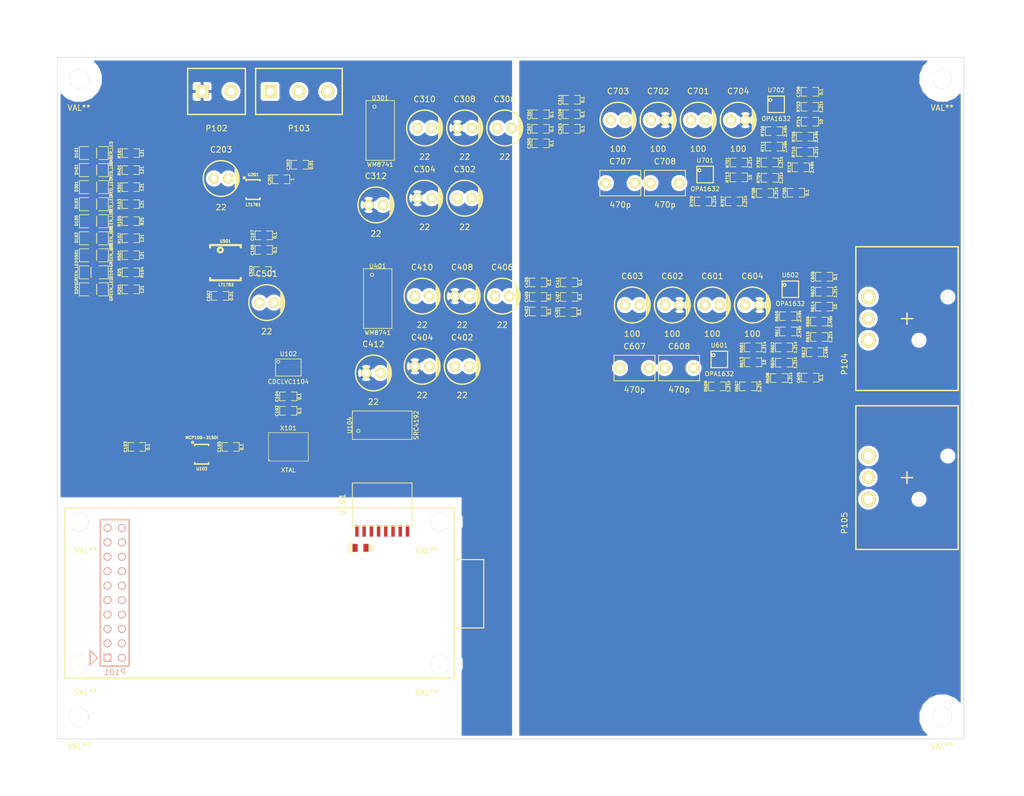
<source format=kicad_pcb>
(kicad_pcb (version 3) (host pcbnew "(2014-02-03 BZR 4658)-product")
  (layers (15 F.Cu signal hide) (2 InnerF.Cu signal hide) (1 InnerB.Cu signal hide) (0 B.Cu signal hide) (18 B.Paste user hide) (19 F.Paste user hide) (20 B.SilkS user) (21 F.SilkS user) (22 B.Mask user) (23 F.Mask user) (28 Edge.Cuts user))
  (net 0 "")
  (net 1 +12V)
  (net 2 +5V)
  (net 3 -12V)
  (net 4 /BCLK_1)
  (net 5 /BCLK_2)
  (net 6 /DAC_L/BCLK)
  (net 7 /DAC_L/DATA)
  (net 8 /DAC_L/LRCLK)
  (net 9 /DAC_L/MCLK)
  (net 10 /DAC_R/MCLK)
  (net 11 /DATA_1)
  (net 12 /DATA_2)
  (net 13 /FILTER_L/VIN+)
  (net 14 /FILTER_L/VIN-)
  (net 15 /FILTER_L/VOUT+)
  (net 16 /FILTER_L/VOUT-)
  (net 17 /FILTER_R/VIN+)
  (net 18 /FILTER_R/VIN-)
  (net 19 /FILTER_R/VOUT+)
  (net 20 /FILTER_R/VOUT-)
  (net 21 /LRCLK_1)
  (net 22 /LRCLK_2)
  (net 23 /SRC_MCLK)
  (net 24 /~RST)
  (net 25 DGND)
  (net 26 GNDA)
  (net 27 "Net-(C202-Pad2)")
  (net 28 "Net-(C305-Pad1)")
  (net 29 "Net-(C309-Pad1)")
  (net 30 "Net-(C405-Pad1)")
  (net 31 "Net-(C409-Pad1)")
  (net 32 "Net-(C502-Pad2)")
  (net 33 "Net-(C607-Pad1)")
  (net 34 "Net-(C607-Pad2)")
  (net 35 "Net-(C608-Pad1)")
  (net 36 "Net-(C608-Pad2)")
  (net 37 "Net-(C707-Pad1)")
  (net 38 "Net-(C707-Pad2)")
  (net 39 "Net-(C708-Pad1)")
  (net 40 "Net-(C708-Pad2)")
  (net 41 "Net-(D101-Pad1)")
  (net 42 "Net-(D101-Pad2)")
  (net 43 "Net-(D102-Pad2)")
  (net 44 "Net-(D103-Pad1)")
  (net 45 "Net-(D103-Pad2)")
  (net 46 "Net-(D104-Pad1)")
  (net 47 "Net-(D105-Pad2)")
  (net 48 "Net-(D201-Pad2)")
  (net 49 "Net-(D301-Pad1)")
  (net 50 "Net-(D301-Pad2)")
  (net 51 "Net-(D401-Pad1)")
  (net 52 "Net-(D401-Pad2)")
  (net 53 "Net-(D501-Pad2)")
  (net 54 "Net-(P101-Pad10)")
  (net 55 "Net-(P101-Pad11)")
  (net 56 "Net-(P101-Pad12)")
  (net 57 "Net-(P101-Pad13)")
  (net 58 "Net-(P101-Pad14)")
  (net 59 "Net-(P101-Pad15)")
  (net 60 "Net-(P101-Pad16)")
  (net 61 "Net-(P101-Pad17)")
  (net 62 "Net-(P101-Pad18)")
  (net 63 "Net-(P101-Pad19)")
  (net 64 "Net-(P101-Pad2)")
  (net 65 "Net-(P101-Pad20)")
  (net 66 "Net-(P101-Pad6)")
  (net 67 "Net-(P101-Pad7)")
  (net 68 "Net-(R603-Pad2)")
  (net 69 "Net-(R604-Pad2)")
  (net 70 "Net-(R605-Pad2)")
  (net 71 "Net-(R606-Pad2)")
  (net 72 "Net-(R609-Pad2)")
  (net 73 "Net-(R610-Pad2)")
  (net 74 "Net-(R611-Pad2)")
  (net 75 "Net-(R612-Pad2)")
  (net 76 "Net-(R703-Pad2)")
  (net 77 "Net-(R704-Pad2)")
  (net 78 "Net-(R705-Pad2)")
  (net 79 "Net-(R706-Pad2)")
  (net 80 "Net-(R709-Pad2)")
  (net 81 "Net-(R710-Pad2)")
  (net 82 "Net-(R711-Pad2)")
  (net 83 "Net-(R712-Pad2)")
  (net 84 "Net-(U101-Pad11)")
  (net 85 "Net-(U101-Pad6)")
  (net 86 "Net-(U101-Pad7)")
  (net 87 "Net-(U102-Pad1)")
  (net 88 "Net-(U102-Pad2)")
  (net 89 "Net-(U102-Pad3)")
  (net 90 "Net-(U104-Pad3)")
  (net 91 "Net-(U301-Pad22)")
  (net 92 "Net-(U401-Pad22)")
  (net 93 "Net-(U601-Pad7)")
  (net 94 "Net-(U602-Pad7)")
  (net 95 "Net-(U701-Pad7)")
  (net 96 "Net-(U702-Pad7)")
  (net 97 VAA)
  (net 98 VCC)
  (net 99 VDD)
  (module smd_gosselin:0805 (layer F.Cu) (at 88.34 121.36)
    (fp_text reference C101 (at -2 0 90) (layer F.SilkS) (effects (font (size 0.50038 0.50038) (thickness 0.12446))))
    (fp_text value 0.1 (at 1.99898 0 90) (layer F.SilkS) (effects (font (size 0.50038 0.50038) (thickness 0.12446))))
    (pad 1 smd rect (at -0.9525 0) (size 0.889 1.397) (layers F.Cu F.Paste F.Mask) (net 97 VAA))
    (pad 2 smd rect (at 0.9525 0) (size 0.889 1.397) (layers F.Cu F.Paste F.Mask) (net 26 GNDA))
  )
  (module smd_gosselin:0805 (layer F.Cu) (at 75.64 97.23)
    (fp_text reference C102 (at -2 0 90) (layer F.SilkS) (effects (font (size 0.50038 0.50038) (thickness 0.12446))))
    (fp_text value 0.1 (at 1.99898 0 90) (layer F.SilkS) (effects (font (size 0.50038 0.50038) (thickness 0.12446))))
    (pad 1 smd rect (at -0.9525 0) (size 0.889 1.397) (layers F.Cu F.Paste F.Mask) (net 98 VCC))
    (pad 2 smd rect (at 0.9525 0) (size 0.889 1.397) (layers F.Cu F.Paste F.Mask) (net 25 DGND))
  )
  (module smd_gosselin:0805 (layer F.Cu) (at 48.97 103.58)
    (fp_text reference C103 (at -2 0 90) (layer F.SilkS) (effects (font (size 0.50038 0.50038) (thickness 0.12446))))
    (fp_text value 0.1 (at 1.99898 0 90) (layer F.SilkS) (effects (font (size 0.50038 0.50038) (thickness 0.12446))))
    (pad 1 smd rect (at -0.9525 0) (size 0.889 1.397) (layers F.Cu F.Paste F.Mask) (net 99 VDD))
    (pad 2 smd rect (at 0.9525 0) (size 0.889 1.397) (layers F.Cu F.Paste F.Mask) (net 25 DGND))
  )
  (module smd_gosselin:0805 (layer F.Cu) (at 75.64 94.69)
    (fp_text reference C104 (at -2 0 90) (layer F.SilkS) (effects (font (size 0.50038 0.50038) (thickness 0.12446))))
    (fp_text value 0.1 (at 1.99898 0 90) (layer F.SilkS) (effects (font (size 0.50038 0.50038) (thickness 0.12446))))
    (pad 1 smd rect (at -0.9525 0) (size 0.889 1.397) (layers F.Cu F.Paste F.Mask) (net 98 VCC))
    (pad 2 smd rect (at 0.9525 0) (size 0.889 1.397) (layers F.Cu F.Paste F.Mask) (net 25 DGND))
  )
  (module smd_gosselin:0805 (layer F.Cu) (at 65.48 103.58)
    (fp_text reference C105 (at -2 0 90) (layer F.SilkS) (effects (font (size 0.50038 0.50038) (thickness 0.12446))))
    (fp_text value 0.1 (at 1.99898 0 90) (layer F.SilkS) (effects (font (size 0.50038 0.50038) (thickness 0.12446))))
    (pad 1 smd rect (at -0.9525 0) (size 0.889 1.397) (layers F.Cu F.Paste F.Mask) (net 99 VDD))
    (pad 2 smd rect (at 0.9525 0) (size 0.889 1.397) (layers F.Cu F.Paste F.Mask) (net 25 DGND))
  )
  (module smd_gosselin:0805 (layer F.Cu) (at 71.320957 68.901247)
    (fp_text reference C106 (at -2 0 90) (layer F.SilkS) (effects (font (size 0.50038 0.50038) (thickness 0.12446))))
    (fp_text value 0.1 (at 1.99898 0 90) (layer F.SilkS) (effects (font (size 0.50038 0.50038) (thickness 0.12446))))
    (pad 1 smd rect (at -0.9525 0) (size 0.889 1.397) (layers F.Cu F.Paste F.Mask) (net 99 VDD))
    (pad 2 smd rect (at 0.9525 0) (size 0.889 1.397) (layers F.Cu F.Paste F.Mask) (net 25 DGND))
  )
  (module smd_gosselin:0805 (layer F.Cu) (at 71.320957 66.341247)
    (fp_text reference C107 (at -2 0 90) (layer F.SilkS) (effects (font (size 0.50038 0.50038) (thickness 0.12446))))
    (fp_text value 0.1 (at 1.99898 0 90) (layer F.SilkS) (effects (font (size 0.50038 0.50038) (thickness 0.12446))))
    (pad 1 smd rect (at -0.9525 0) (size 0.889 1.397) (layers F.Cu F.Paste F.Mask) (net 99 VDD))
    (pad 2 smd rect (at 0.9525 0) (size 0.889 1.397) (layers F.Cu F.Paste F.Mask) (net 25 DGND))
  )
  (module smd_gosselin:0805 (layer F.Cu) (at 74.370957 56.471247)
    (fp_text reference C201 (at -2 0 90) (layer F.SilkS) (effects (font (size 0.50038 0.50038) (thickness 0.12446))))
    (fp_text value 1 (at 1.99898 0 90) (layer F.SilkS) (effects (font (size 0.50038 0.50038) (thickness 0.12446))))
    (pad 1 smd rect (at -0.9525 0) (size 0.889 1.397) (layers F.Cu F.Paste F.Mask) (net 2 +5V))
    (pad 2 smd rect (at 0.9525 0) (size 0.889 1.397) (layers F.Cu F.Paste F.Mask) (net 25 DGND))
  )
  (module smd_gosselin:0805 (layer F.Cu) (at 77.670957 53.911247)
    (fp_text reference C202 (at -2 0 90) (layer F.SilkS) (effects (font (size 0.50038 0.50038) (thickness 0.12446))))
    (fp_text value 0.01 (at 1.99898 0 90) (layer F.SilkS) (effects (font (size 0.50038 0.50038) (thickness 0.12446))))
    (pad 1 smd rect (at -0.9525 0) (size 0.889 1.397) (layers F.Cu F.Paste F.Mask) (net 98 VCC))
    (pad 2 smd rect (at 0.9525 0) (size 0.889 1.397) (layers F.Cu F.Paste F.Mask) (net 27 "Net-(C202-Pad2)"))
  )
  (module th_gosselin:CAP-POL-2.54-mm (layer F.Cu) (at 63.809002 56.328999)
    (fp_text reference C203 (at 0 -5.08) (layer F.SilkS))
    (fp_text value 22 (at 0 5.08) (layer F.SilkS))
    (pad 1 thru_hole circle (at -1.27 0) (size 1.8 1.8) (drill 1) (layers *.Cu *.Mask F.SilkS) (net 98 VCC))
    (pad 2 thru_hole circle (at 1.27 0) (size 1.8 1.8) (drill 1) (layers *.Cu *.Mask F.SilkS) (net 25 DGND))
  )
  (module smd_gosselin:0805 (layer F.Cu) (at 120.020957 45.021247)
    (fp_text reference C301 (at -2 0 90) (layer F.SilkS) (effects (font (size 0.50038 0.50038) (thickness 0.12446))))
    (fp_text value 0.1 (at 1.99898 0 90) (layer F.SilkS) (effects (font (size 0.50038 0.50038) (thickness 0.12446))))
    (pad 1 smd rect (at -0.9525 0) (size 0.889 1.397) (layers F.Cu F.Paste F.Mask) (net 99 VDD))
    (pad 2 smd rect (at 0.9525 0) (size 0.889 1.397) (layers F.Cu F.Paste F.Mask) (net 25 DGND))
  )
  (module th_gosselin:CAP-POL-2.54-mm (layer F.Cu) (at 106.659002 59.798999)
    (fp_text reference C302 (at 0 -5.08) (layer F.SilkS))
    (fp_text value 22 (at 0 5.08) (layer F.SilkS))
    (pad 1 thru_hole circle (at -1.27 0) (size 1.8 1.8) (drill 1) (layers *.Cu *.Mask F.SilkS) (net 99 VDD))
    (pad 2 thru_hole circle (at 1.27 0) (size 1.8 1.8) (drill 1) (layers *.Cu *.Mask F.SilkS) (net 25 DGND))
  )
  (module smd_gosselin:0805 (layer F.Cu) (at 125.470957 47.581247)
    (fp_text reference C303 (at -2 0 90) (layer F.SilkS) (effects (font (size 0.50038 0.50038) (thickness 0.12446))))
    (fp_text value 0.1 (at 1.99898 0 90) (layer F.SilkS) (effects (font (size 0.50038 0.50038) (thickness 0.12446))))
    (pad 1 smd rect (at -0.9525 0) (size 0.889 1.397) (layers F.Cu F.Paste F.Mask) (net 2 +5V))
    (pad 2 smd rect (at 0.9525 0) (size 0.889 1.397) (layers F.Cu F.Paste F.Mask) (net 25 DGND))
  )
  (module th_gosselin:CAP-POL-2.54-mm (layer F.Cu) (at 99.609002 59.798999)
    (fp_text reference C304 (at 0 -5.08) (layer F.SilkS))
    (fp_text value 22 (at 0 5.08) (layer F.SilkS))
    (pad 1 thru_hole circle (at -1.27 0) (size 1.8 1.8) (drill 1) (layers *.Cu *.Mask F.SilkS) (net 2 +5V))
    (pad 2 thru_hole circle (at 1.27 0) (size 1.8 1.8) (drill 1) (layers *.Cu *.Mask F.SilkS) (net 25 DGND))
  )
  (module smd_gosselin:0805 (layer F.Cu) (at 120.020957 50.141247)
    (fp_text reference C305 (at -2 0 90) (layer F.SilkS) (effects (font (size 0.50038 0.50038) (thickness 0.12446))))
    (fp_text value 0.1 (at 1.99898 0 90) (layer F.SilkS) (effects (font (size 0.50038 0.50038) (thickness 0.12446))))
    (pad 1 smd rect (at -0.9525 0) (size 0.889 1.397) (layers F.Cu F.Paste F.Mask) (net 28 "Net-(C305-Pad1)"))
    (pad 2 smd rect (at 0.9525 0) (size 0.889 1.397) (layers F.Cu F.Paste F.Mask) (net 25 DGND))
  )
  (module th_gosselin:CAP-POL-2.54-mm (layer F.Cu) (at 113.709002 47.438999)
    (fp_text reference C306 (at 0 -5.08) (layer F.SilkS))
    (fp_text value 22 (at 0 5.08) (layer F.SilkS))
    (pad 1 thru_hole circle (at -1.27 0) (size 1.8 1.8) (drill 1) (layers *.Cu *.Mask F.SilkS) (net 28 "Net-(C305-Pad1)"))
    (pad 2 thru_hole circle (at 1.27 0) (size 1.8 1.8) (drill 1) (layers *.Cu *.Mask F.SilkS) (net 25 DGND))
  )
  (module smd_gosselin:0805 (layer F.Cu) (at 120.020957 47.581247)
    (fp_text reference C307 (at -2 0 90) (layer F.SilkS) (effects (font (size 0.50038 0.50038) (thickness 0.12446))))
    (fp_text value 0.1 (at 1.99898 0 90) (layer F.SilkS) (effects (font (size 0.50038 0.50038) (thickness 0.12446))))
    (pad 1 smd rect (at -0.9525 0) (size 0.889 1.397) (layers F.Cu F.Paste F.Mask) (net 2 +5V))
    (pad 2 smd rect (at 0.9525 0) (size 0.889 1.397) (layers F.Cu F.Paste F.Mask) (net 25 DGND))
  )
  (module th_gosselin:CAP-POL-2.54-mm (layer F.Cu) (at 106.659002 47.438999)
    (fp_text reference C308 (at 0 -5.08) (layer F.SilkS))
    (fp_text value 22 (at 0 5.08) (layer F.SilkS))
    (pad 1 thru_hole circle (at -1.27 0) (size 1.8 1.8) (drill 1) (layers *.Cu *.Mask F.SilkS) (net 2 +5V))
    (pad 2 thru_hole circle (at 1.27 0) (size 1.8 1.8) (drill 1) (layers *.Cu *.Mask F.SilkS) (net 25 DGND))
  )
  (module smd_gosselin:0805 (layer F.Cu) (at 125.470957 45.021247)
    (fp_text reference C309 (at -2 0 90) (layer F.SilkS) (effects (font (size 0.50038 0.50038) (thickness 0.12446))))
    (fp_text value 0.1 (at 1.99898 0 90) (layer F.SilkS) (effects (font (size 0.50038 0.50038) (thickness 0.12446))))
    (pad 1 smd rect (at -0.9525 0) (size 0.889 1.397) (layers F.Cu F.Paste F.Mask) (net 29 "Net-(C309-Pad1)"))
    (pad 2 smd rect (at 0.9525 0) (size 0.889 1.397) (layers F.Cu F.Paste F.Mask) (net 25 DGND))
  )
  (module th_gosselin:CAP-POL-2.54-mm (layer F.Cu) (at 99.609002 47.438999)
    (fp_text reference C310 (at 0 -5.08) (layer F.SilkS))
    (fp_text value 22 (at 0 5.08) (layer F.SilkS))
    (pad 1 thru_hole circle (at -1.27 0) (size 1.8 1.8) (drill 1) (layers *.Cu *.Mask F.SilkS) (net 29 "Net-(C309-Pad1)"))
    (pad 2 thru_hole circle (at 1.27 0) (size 1.8 1.8) (drill 1) (layers *.Cu *.Mask F.SilkS) (net 25 DGND))
  )
  (module smd_gosselin:0805 (layer F.Cu) (at 125.470957 42.461247)
    (fp_text reference C311 (at -2 0 90) (layer F.SilkS) (effects (font (size 0.50038 0.50038) (thickness 0.12446))))
    (fp_text value 0.1 (at 1.99898 0 90) (layer F.SilkS) (effects (font (size 0.50038 0.50038) (thickness 0.12446))))
    (pad 1 smd rect (at -0.9525 0) (size 0.889 1.397) (layers F.Cu F.Paste F.Mask) (net 2 +5V))
    (pad 2 smd rect (at 0.9525 0) (size 0.889 1.397) (layers F.Cu F.Paste F.Mask) (net 25 DGND))
  )
  (module th_gosselin:CAP-POL-2.54-mm (layer F.Cu) (at 91.039002 60.978999)
    (fp_text reference C312 (at 0 -5.08) (layer F.SilkS))
    (fp_text value 22 (at 0 5.08) (layer F.SilkS))
    (pad 1 thru_hole circle (at -1.27 0) (size 1.8 1.8) (drill 1) (layers *.Cu *.Mask F.SilkS) (net 2 +5V))
    (pad 2 thru_hole circle (at 1.27 0) (size 1.8 1.8) (drill 1) (layers *.Cu *.Mask F.SilkS) (net 25 DGND))
  )
  (module smd_gosselin:0805 (layer F.Cu) (at 124.88 79.85)
    (fp_text reference C401 (at -2 0 90) (layer F.SilkS) (effects (font (size 0.50038 0.50038) (thickness 0.12446))))
    (fp_text value 0.1 (at 1.99898 0 90) (layer F.SilkS) (effects (font (size 0.50038 0.50038) (thickness 0.12446))))
    (pad 1 smd rect (at -0.9525 0) (size 0.889 1.397) (layers F.Cu F.Paste F.Mask) (net 99 VDD))
    (pad 2 smd rect (at 0.9525 0) (size 0.889 1.397) (layers F.Cu F.Paste F.Mask) (net 25 DGND))
  )
  (module th_gosselin:CAP-POL-2.54-mm (layer F.Cu) (at 106.219002 89.398999)
    (fp_text reference C402 (at 0 -5.08) (layer F.SilkS))
    (fp_text value 22 (at 0 5.08) (layer F.SilkS))
    (pad 1 thru_hole circle (at -1.27 0) (size 1.8 1.8) (drill 1) (layers *.Cu *.Mask F.SilkS) (net 99 VDD))
    (pad 2 thru_hole circle (at 1.27 0) (size 1.8 1.8) (drill 1) (layers *.Cu *.Mask F.SilkS) (net 25 DGND))
  )
  (module smd_gosselin:0805 (layer F.Cu) (at 119.580957 79.741247)
    (fp_text reference C403 (at -2 0 90) (layer F.SilkS) (effects (font (size 0.50038 0.50038) (thickness 0.12446))))
    (fp_text value 0.1 (at 1.99898 0 90) (layer F.SilkS) (effects (font (size 0.50038 0.50038) (thickness 0.12446))))
    (pad 1 smd rect (at -0.9525 0) (size 0.889 1.397) (layers F.Cu F.Paste F.Mask) (net 2 +5V))
    (pad 2 smd rect (at 0.9525 0) (size 0.889 1.397) (layers F.Cu F.Paste F.Mask) (net 25 DGND))
  )
  (module th_gosselin:CAP-POL-2.54-mm (layer F.Cu) (at 99.169002 89.398999)
    (fp_text reference C404 (at 0 -5.08) (layer F.SilkS))
    (fp_text value 22 (at 0 5.08) (layer F.SilkS))
    (pad 1 thru_hole circle (at -1.27 0) (size 1.8 1.8) (drill 1) (layers *.Cu *.Mask F.SilkS) (net 2 +5V))
    (pad 2 thru_hole circle (at 1.27 0) (size 1.8 1.8) (drill 1) (layers *.Cu *.Mask F.SilkS) (net 25 DGND))
  )
  (module smd_gosselin:0805 (layer F.Cu) (at 119.580957 74.621247)
    (fp_text reference C405 (at -2 0 90) (layer F.SilkS) (effects (font (size 0.50038 0.50038) (thickness 0.12446))))
    (fp_text value 0.1 (at 1.99898 0 90) (layer F.SilkS) (effects (font (size 0.50038 0.50038) (thickness 0.12446))))
    (pad 1 smd rect (at -0.9525 0) (size 0.889 1.397) (layers F.Cu F.Paste F.Mask) (net 30 "Net-(C405-Pad1)"))
    (pad 2 smd rect (at 0.9525 0) (size 0.889 1.397) (layers F.Cu F.Paste F.Mask) (net 25 DGND))
  )
  (module th_gosselin:CAP-POL-2.54-mm (layer F.Cu) (at 113.269002 77.038999)
    (fp_text reference C406 (at 0 -5.08) (layer F.SilkS))
    (fp_text value 22 (at 0 5.08) (layer F.SilkS))
    (pad 1 thru_hole circle (at -1.27 0) (size 1.8 1.8) (drill 1) (layers *.Cu *.Mask F.SilkS) (net 30 "Net-(C405-Pad1)"))
    (pad 2 thru_hole circle (at 1.27 0) (size 1.8 1.8) (drill 1) (layers *.Cu *.Mask F.SilkS) (net 25 DGND))
  )
  (module smd_gosselin:0805 (layer F.Cu) (at 125.030957 77.181247)
    (fp_text reference C407 (at -2 0 90) (layer F.SilkS) (effects (font (size 0.50038 0.50038) (thickness 0.12446))))
    (fp_text value 0.1 (at 1.99898 0 90) (layer F.SilkS) (effects (font (size 0.50038 0.50038) (thickness 0.12446))))
    (pad 1 smd rect (at -0.9525 0) (size 0.889 1.397) (layers F.Cu F.Paste F.Mask) (net 2 +5V))
    (pad 2 smd rect (at 0.9525 0) (size 0.889 1.397) (layers F.Cu F.Paste F.Mask) (net 25 DGND))
  )
  (module th_gosselin:CAP-POL-2.54-mm (layer F.Cu) (at 106.219002 77.038999)
    (fp_text reference C408 (at 0 -5.08) (layer F.SilkS))
    (fp_text value 22 (at 0 5.08) (layer F.SilkS))
    (pad 1 thru_hole circle (at -1.27 0) (size 1.8 1.8) (drill 1) (layers *.Cu *.Mask F.SilkS) (net 2 +5V))
    (pad 2 thru_hole circle (at 1.27 0) (size 1.8 1.8) (drill 1) (layers *.Cu *.Mask F.SilkS) (net 25 DGND))
  )
  (module smd_gosselin:0805 (layer F.Cu) (at 119.580957 77.181247)
    (fp_text reference C409 (at -2 0 90) (layer F.SilkS) (effects (font (size 0.50038 0.50038) (thickness 0.12446))))
    (fp_text value 0.1 (at 1.99898 0 90) (layer F.SilkS) (effects (font (size 0.50038 0.50038) (thickness 0.12446))))
    (pad 1 smd rect (at -0.9525 0) (size 0.889 1.397) (layers F.Cu F.Paste F.Mask) (net 31 "Net-(C409-Pad1)"))
    (pad 2 smd rect (at 0.9525 0) (size 0.889 1.397) (layers F.Cu F.Paste F.Mask) (net 25 DGND))
  )
  (module th_gosselin:CAP-POL-2.54-mm (layer F.Cu) (at 99.169002 77.038999)
    (fp_text reference C410 (at 0 -5.08) (layer F.SilkS))
    (fp_text value 22 (at 0 5.08) (layer F.SilkS))
    (pad 1 thru_hole circle (at -1.27 0) (size 1.8 1.8) (drill 1) (layers *.Cu *.Mask F.SilkS) (net 31 "Net-(C409-Pad1)"))
    (pad 2 thru_hole circle (at 1.27 0) (size 1.8 1.8) (drill 1) (layers *.Cu *.Mask F.SilkS) (net 25 DGND))
  )
  (module smd_gosselin:0805 (layer F.Cu) (at 125.030957 74.621247)
    (fp_text reference C411 (at -2 0 90) (layer F.SilkS) (effects (font (size 0.50038 0.50038) (thickness 0.12446))))
    (fp_text value 0.1 (at 1.99898 0 90) (layer F.SilkS) (effects (font (size 0.50038 0.50038) (thickness 0.12446))))
    (pad 1 smd rect (at -0.9525 0) (size 0.889 1.397) (layers F.Cu F.Paste F.Mask) (net 2 +5V))
    (pad 2 smd rect (at 0.9525 0) (size 0.889 1.397) (layers F.Cu F.Paste F.Mask) (net 25 DGND))
  )
  (module th_gosselin:CAP-POL-2.54-mm (layer F.Cu) (at 90.599002 90.578999)
    (fp_text reference C412 (at 0 -5.08) (layer F.SilkS))
    (fp_text value 22 (at 0 5.08) (layer F.SilkS))
    (pad 1 thru_hole circle (at -1.27 0) (size 1.8 1.8) (drill 1) (layers *.Cu *.Mask F.SilkS) (net 2 +5V))
    (pad 2 thru_hole circle (at 1.27 0) (size 1.8 1.8) (drill 1) (layers *.Cu *.Mask F.SilkS) (net 25 DGND))
  )
  (module th_gosselin:CAP-POL-2.54-mm (layer F.Cu) (at 71.83 78.18)
    (fp_text reference C501 (at 0 -5.08) (layer F.SilkS))
    (fp_text value 22 (at 0 5.08) (layer F.SilkS))
    (pad 1 thru_hole circle (at -1.27 0) (size 1.8 1.8) (drill 1) (layers *.Cu *.Mask F.SilkS) (net 99 VDD))
    (pad 2 thru_hole circle (at 1.27 0) (size 1.8 1.8) (drill 1) (layers *.Cu *.Mask F.SilkS) (net 25 DGND))
  )
  (module smd_gosselin:0805 (layer F.Cu) (at 63.630957 76.991247)
    (fp_text reference C502 (at -2 0 90) (layer F.SilkS) (effects (font (size 0.50038 0.50038) (thickness 0.12446))))
    (fp_text value 0.01 (at 1.99898 0 90) (layer F.SilkS) (effects (font (size 0.50038 0.50038) (thickness 0.12446))))
    (pad 1 smd rect (at -0.9525 0) (size 0.889 1.397) (layers F.Cu F.Paste F.Mask) (net 99 VDD))
    (pad 2 smd rect (at 0.9525 0) (size 0.889 1.397) (layers F.Cu F.Paste F.Mask) (net 32 "Net-(C502-Pad2)"))
  )
  (module smd_gosselin:0805 (layer F.Cu) (at 71.080957 72.631247)
    (fp_text reference C503 (at -2 0 90) (layer F.SilkS) (effects (font (size 0.50038 0.50038) (thickness 0.12446))))
    (fp_text value 1 (at 1.99898 0 90) (layer F.SilkS) (effects (font (size 0.50038 0.50038) (thickness 0.12446))))
    (pad 1 smd rect (at -0.9525 0) (size 0.889 1.397) (layers F.Cu F.Paste F.Mask) (net 2 +5V))
    (pad 2 smd rect (at 0.9525 0) (size 0.889 1.397) (layers F.Cu F.Paste F.Mask) (net 25 DGND))
  )
  (module th_gosselin:CAP-POL-2.54-mm (layer F.Cu) (at 150.249002 78.608999)
    (fp_text reference C601 (at 0 -5.08) (layer F.SilkS))
    (fp_text value 100 (at 0 5.08) (layer F.SilkS))
    (pad 1 thru_hole circle (at -1.27 0) (size 1.8 1.8) (drill 1) (layers *.Cu *.Mask F.SilkS) (net 1 +12V))
    (pad 2 thru_hole circle (at 1.27 0) (size 1.8 1.8) (drill 1) (layers *.Cu *.Mask F.SilkS) (net 25 DGND))
  )
  (module th_gosselin:CAP-POL-2.54-mm (layer F.Cu) (at 143.199002 78.608999)
    (fp_text reference C602 (at 0 -5.08) (layer F.SilkS))
    (fp_text value 100 (at 0 5.08) (layer F.SilkS))
    (pad 1 thru_hole circle (at -1.27 0) (size 1.8 1.8) (drill 1) (layers *.Cu *.Mask F.SilkS) (net 25 DGND))
    (pad 2 thru_hole circle (at 1.27 0) (size 1.8 1.8) (drill 1) (layers *.Cu *.Mask F.SilkS) (net 3 -12V))
  )
  (module th_gosselin:CAP-POL-2.54-mm (layer F.Cu) (at 136.149002 78.608999)
    (fp_text reference C603 (at 0 -5.08) (layer F.SilkS))
    (fp_text value 100 (at 0 5.08) (layer F.SilkS))
    (pad 1 thru_hole circle (at -1.27 0) (size 1.8 1.8) (drill 1) (layers *.Cu *.Mask F.SilkS) (net 1 +12V))
    (pad 2 thru_hole circle (at 1.27 0) (size 1.8 1.8) (drill 1) (layers *.Cu *.Mask F.SilkS) (net 25 DGND))
  )
  (module th_gosselin:CAP-POL-2.54-mm (layer F.Cu) (at 157.299002 78.608999)
    (fp_text reference C604 (at 0 -5.08) (layer F.SilkS))
    (fp_text value 100 (at 0 5.08) (layer F.SilkS))
    (pad 1 thru_hole circle (at -1.27 0) (size 1.8 1.8) (drill 1) (layers *.Cu *.Mask F.SilkS) (net 25 DGND))
    (pad 2 thru_hole circle (at 1.27 0) (size 1.8 1.8) (drill 1) (layers *.Cu *.Mask F.SilkS) (net 3 -12V))
  )
  (module smd_gosselin:0805 (layer F.Cu) (at 167.460957 91.391247)
    (fp_text reference C605 (at -2 0 90) (layer F.SilkS) (effects (font (size 0.50038 0.50038) (thickness 0.12446))))
    (fp_text value 0.1 (at 1.99898 0 90) (layer F.SilkS) (effects (font (size 0.50038 0.50038) (thickness 0.12446))))
    (pad 1 smd rect (at -0.9525 0) (size 0.889 1.397) (layers F.Cu F.Paste F.Mask) (net 1 +12V))
    (pad 2 smd rect (at 0.9525 0) (size 0.889 1.397) (layers F.Cu F.Paste F.Mask) (net 3 -12V))
  )
  (module smd_gosselin:0805 (layer F.Cu) (at 169.910957 73.631247)
    (fp_text reference C606 (at -2 0 90) (layer F.SilkS) (effects (font (size 0.50038 0.50038) (thickness 0.12446))))
    (fp_text value 0.1 (at 1.99898 0 90) (layer F.SilkS) (effects (font (size 0.50038 0.50038) (thickness 0.12446))))
    (pad 1 smd rect (at -0.9525 0) (size 0.889 1.397) (layers F.Cu F.Paste F.Mask) (net 1 +12V))
    (pad 2 smd rect (at 0.9525 0) (size 0.889 1.397) (layers F.Cu F.Paste F.Mask) (net 3 -12V))
  )
  (module th_gosselin:CAP-BOX-5.00-mm (layer F.Cu) (at 136.549002 89.698999)
    (fp_text reference C607 (at 0 -3.81) (layer F.SilkS))
    (fp_text value 470p (at 0 3.81) (layer F.SilkS))
    (pad 1 thru_hole circle (at -2.54 0) (size 1.8 1.8) (drill 1) (layers *.Cu *.Mask F.SilkS) (net 33 "Net-(C607-Pad1)"))
    (pad 2 thru_hole circle (at 2.54 0) (size 1.8 1.8) (drill 1) (layers *.Cu *.Mask F.SilkS) (net 34 "Net-(C607-Pad2)"))
  )
  (module th_gosselin:CAP-BOX-5.00-mm (layer F.Cu) (at 144.399002 89.698999)
    (fp_text reference C608 (at 0 -3.81) (layer F.SilkS))
    (fp_text value 470p (at 0 3.81) (layer F.SilkS))
    (pad 1 thru_hole circle (at -2.54 0) (size 1.8 1.8) (drill 1) (layers *.Cu *.Mask F.SilkS) (net 35 "Net-(C608-Pad1)"))
    (pad 2 thru_hole circle (at 2.54 0) (size 1.8 1.8) (drill 1) (layers *.Cu *.Mask F.SilkS) (net 36 "Net-(C608-Pad2)"))
  )
  (module th_gosselin:CAP-POL-2.54-mm (layer F.Cu) (at 147.749002 46.048999)
    (fp_text reference C701 (at 0 -5.08) (layer F.SilkS))
    (fp_text value 100 (at 0 5.08) (layer F.SilkS))
    (pad 1 thru_hole circle (at -1.27 0) (size 1.8 1.8) (drill 1) (layers *.Cu *.Mask F.SilkS) (net 1 +12V))
    (pad 2 thru_hole circle (at 1.27 0) (size 1.8 1.8) (drill 1) (layers *.Cu *.Mask F.SilkS) (net 25 DGND))
  )
  (module th_gosselin:CAP-POL-2.54-mm (layer F.Cu) (at 140.699002 46.048999)
    (fp_text reference C702 (at 0 -5.08) (layer F.SilkS))
    (fp_text value 100 (at 0 5.08) (layer F.SilkS))
    (pad 1 thru_hole circle (at -1.27 0) (size 1.8 1.8) (drill 1) (layers *.Cu *.Mask F.SilkS) (net 25 DGND))
    (pad 2 thru_hole circle (at 1.27 0) (size 1.8 1.8) (drill 1) (layers *.Cu *.Mask F.SilkS) (net 3 -12V))
  )
  (module th_gosselin:CAP-POL-2.54-mm (layer F.Cu) (at 133.649002 46.048999)
    (fp_text reference C703 (at 0 -5.08) (layer F.SilkS))
    (fp_text value 100 (at 0 5.08) (layer F.SilkS))
    (pad 1 thru_hole circle (at -1.27 0) (size 1.8 1.8) (drill 1) (layers *.Cu *.Mask F.SilkS) (net 1 +12V))
    (pad 2 thru_hole circle (at 1.27 0) (size 1.8 1.8) (drill 1) (layers *.Cu *.Mask F.SilkS) (net 25 DGND))
  )
  (module th_gosselin:CAP-POL-2.54-mm (layer F.Cu) (at 154.799002 46.048999)
    (fp_text reference C704 (at 0 -5.08) (layer F.SilkS))
    (fp_text value 100 (at 0 5.08) (layer F.SilkS))
    (pad 1 thru_hole circle (at -1.27 0) (size 1.8 1.8) (drill 1) (layers *.Cu *.Mask F.SilkS) (net 25 DGND))
    (pad 2 thru_hole circle (at 1.27 0) (size 1.8 1.8) (drill 1) (layers *.Cu *.Mask F.SilkS) (net 3 -12V))
  )
  (module smd_gosselin:0805 (layer F.Cu) (at 164.960957 58.831247)
    (fp_text reference C705 (at -2 0 90) (layer F.SilkS) (effects (font (size 0.50038 0.50038) (thickness 0.12446))))
    (fp_text value 0.1 (at 1.99898 0 90) (layer F.SilkS) (effects (font (size 0.50038 0.50038) (thickness 0.12446))))
    (pad 1 smd rect (at -0.9525 0) (size 0.889 1.397) (layers F.Cu F.Paste F.Mask) (net 1 +12V))
    (pad 2 smd rect (at 0.9525 0) (size 0.889 1.397) (layers F.Cu F.Paste F.Mask) (net 3 -12V))
  )
  (module smd_gosselin:0805 (layer F.Cu) (at 167.410957 41.071247)
    (fp_text reference C706 (at -2 0 90) (layer F.SilkS) (effects (font (size 0.50038 0.50038) (thickness 0.12446))))
    (fp_text value 0.1 (at 1.99898 0 90) (layer F.SilkS) (effects (font (size 0.50038 0.50038) (thickness 0.12446))))
    (pad 1 smd rect (at -0.9525 0) (size 0.889 1.397) (layers F.Cu F.Paste F.Mask) (net 1 +12V))
    (pad 2 smd rect (at 0.9525 0) (size 0.889 1.397) (layers F.Cu F.Paste F.Mask) (net 3 -12V))
  )
  (module th_gosselin:CAP-BOX-5.00-mm (layer F.Cu) (at 134.049002 57.138999)
    (fp_text reference C707 (at 0 -3.81) (layer F.SilkS))
    (fp_text value 470p (at 0 3.81) (layer F.SilkS))
    (pad 1 thru_hole circle (at -2.54 0) (size 1.8 1.8) (drill 1) (layers *.Cu *.Mask F.SilkS) (net 37 "Net-(C707-Pad1)"))
    (pad 2 thru_hole circle (at 2.54 0) (size 1.8 1.8) (drill 1) (layers *.Cu *.Mask F.SilkS) (net 38 "Net-(C707-Pad2)"))
  )
  (module th_gosselin:CAP-BOX-5.00-mm (layer F.Cu) (at 141.899002 57.138999)
    (fp_text reference C708 (at 0 -3.81) (layer F.SilkS))
    (fp_text value 470p (at 0 3.81) (layer F.SilkS))
    (pad 1 thru_hole circle (at -2.54 0) (size 1.8 1.8) (drill 1) (layers *.Cu *.Mask F.SilkS) (net 39 "Net-(C708-Pad1)"))
    (pad 2 thru_hole circle (at 2.54 0) (size 1.8 1.8) (drill 1) (layers *.Cu *.Mask F.SilkS) (net 40 "Net-(C708-Pad2)"))
  )
  (module smd_gosselin:1206_LED (layer F.Cu) (at 41.41 51.85)
    (fp_text reference D101 (at -3.05 -0.1 90) (layer F.SilkS) (effects (font (size 0.5 0.5) (thickness 0.125))))
    (fp_text value AMBER_LED (at 3.05 0 90) (layer F.SilkS) (effects (font (size 0.5 0.5) (thickness 0.125))))
    (pad 1 smd rect (at -1.651 0) (size 1.524 2.032) (layers F.Cu F.Paste F.Mask) (net 41 "Net-(D101-Pad1)"))
    (pad 2 smd rect (at 1.651 0) (size 1.524 2.032) (layers F.Cu F.Paste F.Mask) (net 42 "Net-(D101-Pad2)"))
  )
  (module smd_gosselin:1206_LED (layer F.Cu) (at 41.41 66.85)
    (fp_text reference D102 (at -3.05 -0.1 90) (layer F.SilkS) (effects (font (size 0.5 0.5) (thickness 0.125))))
    (fp_text value GREEN_LED (at 3.05 0 90) (layer F.SilkS) (effects (font (size 0.5 0.5) (thickness 0.125))))
    (pad 1 smd rect (at -1.651 0) (size 1.524 2.032) (layers F.Cu F.Paste F.Mask) (net 97 VAA))
    (pad 2 smd rect (at 1.651 0) (size 1.524 2.032) (layers F.Cu F.Paste F.Mask) (net 43 "Net-(D102-Pad2)"))
  )
  (module smd_gosselin:1206_LED (layer F.Cu) (at 41.41 60.85)
    (fp_text reference D103 (at -3.05 -0.1 90) (layer F.SilkS) (effects (font (size 0.5 0.5) (thickness 0.125))))
    (fp_text value RED_LED (at 3.05 0 90) (layer F.SilkS) (effects (font (size 0.5 0.5) (thickness 0.125))))
    (pad 1 smd rect (at -1.651 0) (size 1.524 2.032) (layers F.Cu F.Paste F.Mask) (net 44 "Net-(D103-Pad1)"))
    (pad 2 smd rect (at 1.651 0) (size 1.524 2.032) (layers F.Cu F.Paste F.Mask) (net 45 "Net-(D103-Pad2)"))
  )
  (module smd_gosselin:1206_LED (layer F.Cu) (at 41.41 72.85 180)
    (fp_text reference D104 (at -3.05 -0.1 270) (layer F.SilkS) (effects (font (size 0.5 0.5) (thickness 0.125))))
    (fp_text value GREEN_LED (at 3.05 0 270) (layer F.SilkS) (effects (font (size 0.5 0.5) (thickness 0.125))))
    (pad 1 smd rect (at -1.651 0 180) (size 1.524 2.032) (layers F.Cu F.Paste F.Mask) (net 46 "Net-(D104-Pad1)"))
    (pad 2 smd rect (at 1.651 0 180) (size 1.524 2.032) (layers F.Cu F.Paste F.Mask) (net 25 DGND))
  )
  (module smd_gosselin:1206_LED (layer F.Cu) (at 41.41 63.85)
    (fp_text reference D105 (at -3.05 -0.1 90) (layer F.SilkS) (effects (font (size 0.5 0.5) (thickness 0.125))))
    (fp_text value GREEN_LED (at 3.05 0 90) (layer F.SilkS) (effects (font (size 0.5 0.5) (thickness 0.125))))
    (pad 1 smd rect (at -1.651 0) (size 1.524 2.032) (layers F.Cu F.Paste F.Mask) (net 25 DGND))
    (pad 2 smd rect (at 1.651 0) (size 1.524 2.032) (layers F.Cu F.Paste F.Mask) (net 47 "Net-(D105-Pad2)"))
  )
  (module smd_gosselin:1206_LED (layer F.Cu) (at 41.41 75.85)
    (fp_text reference D201 (at -3.05 -0.1 90) (layer F.SilkS) (effects (font (size 0.5 0.5) (thickness 0.125))))
    (fp_text value GREEN_LED (at 3.05 0 90) (layer F.SilkS) (effects (font (size 0.5 0.5) (thickness 0.125))))
    (pad 1 smd rect (at -1.651 0) (size 1.524 2.032) (layers F.Cu F.Paste F.Mask) (net 98 VCC))
    (pad 2 smd rect (at 1.651 0) (size 1.524 2.032) (layers F.Cu F.Paste F.Mask) (net 48 "Net-(D201-Pad2)"))
  )
  (module smd_gosselin:1206_LED (layer F.Cu) (at 41.41 57.85)
    (fp_text reference D301 (at -3.05 -0.1 90) (layer F.SilkS) (effects (font (size 0.5 0.5) (thickness 0.125))))
    (fp_text value RED_LED (at 3.05 0 90) (layer F.SilkS) (effects (font (size 0.5 0.5) (thickness 0.125))))
    (pad 1 smd rect (at -1.651 0) (size 1.524 2.032) (layers F.Cu F.Paste F.Mask) (net 49 "Net-(D301-Pad1)"))
    (pad 2 smd rect (at 1.651 0) (size 1.524 2.032) (layers F.Cu F.Paste F.Mask) (net 50 "Net-(D301-Pad2)"))
  )
  (module smd_gosselin:1206_LED (layer F.Cu) (at 41.41 54.85)
    (fp_text reference D401 (at -3.05 -0.1 90) (layer F.SilkS) (effects (font (size 0.5 0.5) (thickness 0.125))))
    (fp_text value RED_LED (at 3.05 0 90) (layer F.SilkS) (effects (font (size 0.5 0.5) (thickness 0.125))))
    (pad 1 smd rect (at -1.651 0) (size 1.524 2.032) (layers F.Cu F.Paste F.Mask) (net 51 "Net-(D401-Pad1)"))
    (pad 2 smd rect (at 1.651 0) (size 1.524 2.032) (layers F.Cu F.Paste F.Mask) (net 52 "Net-(D401-Pad2)"))
  )
  (module smd_gosselin:1206_LED (layer F.Cu) (at 41.41 69.85)
    (fp_text reference D501 (at -3.05 -0.1 90) (layer F.SilkS) (effects (font (size 0.5 0.5) (thickness 0.125))))
    (fp_text value GREEN_LED (at 3.05 0 90) (layer F.SilkS) (effects (font (size 0.5 0.5) (thickness 0.125))))
    (pad 1 smd rect (at -1.651 0) (size 1.524 2.032) (layers F.Cu F.Paste F.Mask) (net 99 VDD))
    (pad 2 smd rect (at 1.651 0) (size 1.524 2.032) (layers F.Cu F.Paste F.Mask) (net 53 "Net-(D501-Pad2)"))
  )
  (module sullins_gosselin:2x10_female (layer B.Cu) (at 45.08 129.29)
    (fp_text reference P101 (at 0 13.97) (layer B.SilkS) (effects (justify mirror)))
    (fp_text value CONN_AMANERO hide)
    (pad 1 thru_hole rect (at -1.27 11.43) (size 1.381 1.381) (drill 1) (layers *.Cu *.Mask B.SilkS) (net 41 "Net-(D101-Pad1)"))
    (pad 20 thru_hole circle (at 1.27 11.43) (size 1.381 1.381) (drill 1) (layers *.Cu *.Mask B.SilkS) (net 65 "Net-(P101-Pad20)"))
    (pad 2 thru_hole circle (at -1.27 8.89) (size 1.381 1.381) (drill 1) (layers *.Cu *.Mask B.SilkS) (net 64 "Net-(P101-Pad2)"))
    (pad 19 thru_hole circle (at 1.27 8.89) (size 1.381 1.381) (drill 1) (layers *.Cu *.Mask B.SilkS) (net 63 "Net-(P101-Pad19)"))
    (pad 3 thru_hole circle (at -1.27 6.35) (size 1.381 1.381) (drill 1) (layers *.Cu *.Mask B.SilkS) (net 11 /DATA_1))
    (pad 18 thru_hole circle (at 1.27 6.35) (size 1.381 1.381) (drill 1) (layers *.Cu *.Mask B.SilkS) (net 62 "Net-(P101-Pad18)"))
    (pad 4 thru_hole circle (at -1.27 3.81) (size 1.381 1.381) (drill 1) (layers *.Cu *.Mask B.SilkS) (net 4 /BCLK_1))
    (pad 17 thru_hole circle (at 1.27 3.81) (size 1.381 1.381) (drill 1) (layers *.Cu *.Mask B.SilkS) (net 61 "Net-(P101-Pad17)"))
    (pad 5 thru_hole circle (at -1.27 1.27) (size 1.381 1.381) (drill 1) (layers *.Cu *.Mask B.SilkS) (net 21 /LRCLK_1))
    (pad 16 thru_hole circle (at 1.27 1.27) (size 1.381 1.381) (drill 1) (layers *.Cu *.Mask B.SilkS) (net 60 "Net-(P101-Pad16)"))
    (pad 6 thru_hole circle (at -1.27 -1.27) (size 1.381 1.381) (drill 1) (layers *.Cu *.Mask B.SilkS) (net 66 "Net-(P101-Pad6)"))
    (pad 15 thru_hole circle (at 1.27 -1.27) (size 1.381 1.381) (drill 1) (layers *.Cu *.Mask B.SilkS) (net 59 "Net-(P101-Pad15)"))
    (pad 7 thru_hole circle (at -1.27 -3.81) (size 1.381 1.381) (drill 1) (layers *.Cu *.Mask B.SilkS) (net 67 "Net-(P101-Pad7)"))
    (pad 14 thru_hole circle (at 1.27 -3.81) (size 1.381 1.381) (drill 1) (layers *.Cu *.Mask B.SilkS) (net 58 "Net-(P101-Pad14)"))
    (pad 8 thru_hole circle (at -1.27 -6.35) (size 1.381 1.381) (drill 1) (layers *.Cu *.Mask B.SilkS) (net 26 GNDA))
    (pad 13 thru_hole circle (at 1.27 -6.35) (size 1.381 1.381) (drill 1) (layers *.Cu *.Mask B.SilkS) (net 57 "Net-(P101-Pad13)"))
    (pad 9 thru_hole circle (at -1.27 -8.89) (size 1.381 1.381) (drill 1) (layers *.Cu *.Mask B.SilkS) (net 97 VAA))
    (pad 12 thru_hole circle (at 1.27 -8.89) (size 1.381 1.381) (drill 1) (layers *.Cu *.Mask B.SilkS) (net 56 "Net-(P101-Pad12)"))
    (pad 10 thru_hole circle (at -1.27 -11.43) (size 1.381 1.381) (drill 1) (layers *.Cu *.Mask B.SilkS) (net 54 "Net-(P101-Pad10)"))
    (pad 11 thru_hole circle (at 1.27 -11.43) (size 1.381 1.381) (drill 1) (layers *.Cu *.Mask B.SilkS) (net 55 "Net-(P101-Pad11)"))
  )
  (module phoenix_gosselin:1x2 (layer F.Cu) (at 63 41)
    (fp_text reference P102 (at 0 6.5) (layer F.SilkS))
    (fp_text value "Screw-term 1x2" hide)
    (pad 1 thru_hole rect (at -2.54 0) (size 2.3 2.3) (drill 1.3) (layers *.Cu *.Mask F.SilkS) (net 2 +5V))
    (pad 2 thru_hole circle (at 2.54 0) (size 2.3 2.3) (drill 1.3) (layers *.Cu *.Mask F.SilkS) (net 25 DGND))
  )
  (module phoenix_gosselin:1x3 (layer F.Cu) (at 77.5 41)
    (fp_text reference P103 (at 0 6.5) (layer F.SilkS))
    (fp_text value "Screw-term 1X3" hide)
    (pad 1 thru_hole rect (at -5.08 0) (size 2.3 2.3) (drill 1.3) (layers *.Cu *.Mask F.SilkS) (net 1 +12V))
    (pad 2 thru_hole circle (at 0 0) (size 2.3 2.3) (drill 1.3) (layers *.Cu *.Mask F.SilkS) (net 25 DGND))
    (pad 3 thru_hole circle (at 5.08 0) (size 2.3 2.3) (drill 1.3) (layers *.Cu *.Mask F.SilkS) (net 3 -12V))
  )
  (module neutrik_gosselin:NC3MAAH-1 (layer F.Cu) (at 184.5 81 270)
    (fp_text reference P104 (at 8 11 270) (layer F.SilkS))
    (fp_text value XLR-MALE hide)
    (pad 1 thru_hole circle (at 3.81 6.78 270) (size 2.6 2.6) (drill 1.6) (layers *.Cu *.Mask F.SilkS) (net 25 DGND))
    (pad 2 thru_hole circle (at -3.81 6.78 270) (size 2.6 2.6) (drill 1.6) (layers *.Cu *.Mask F.SilkS) (net 15 /FILTER_L/VOUT+))
    (pad 3 thru_hole circle (at 0 6.78 270) (size 2.2 2.2) (drill 1.2) (layers *.Cu *.Mask F.SilkS) (net 16 /FILTER_L/VOUT-))
    (pad "" thru_hole circle (at -3.81 -7.19 270) (size 1.6 1.6) (drill 1.6) (layers *.Cu *.Mask F.SilkS) (clearance 0.5))
    (pad "" thru_hole circle (at 3.81 -2.11 270) (size 1.6 1.6) (drill 1.6) (layers *.Cu *.Mask F.SilkS) (clearance 0.5))
  )
  (module neutrik_gosselin:NC3MAAH-1 (layer F.Cu) (at 184.5 109 270)
    (fp_text reference P105 (at 8 11 270) (layer F.SilkS))
    (fp_text value XLR-MALE hide)
    (pad 1 thru_hole circle (at 3.81 6.78 270) (size 2.6 2.6) (drill 1.6) (layers *.Cu *.Mask F.SilkS) (net 25 DGND))
    (pad 2 thru_hole circle (at -3.81 6.78 270) (size 2.6 2.6) (drill 1.6) (layers *.Cu *.Mask F.SilkS) (net 19 /FILTER_R/VOUT+))
    (pad 3 thru_hole circle (at 0 6.78 270) (size 2.2 2.2) (drill 1.2) (layers *.Cu *.Mask F.SilkS) (net 20 /FILTER_R/VOUT-))
    (pad "" thru_hole circle (at -3.81 -7.19 270) (size 1.6 1.6) (drill 1.6) (layers *.Cu *.Mask F.SilkS) (clearance 0.5))
    (pad "" thru_hole circle (at 3.81 -2.11 270) (size 1.6 1.6) (drill 1.6) (layers *.Cu *.Mask F.SilkS) (clearance 0.5))
  )
  (module smd_gosselin:0805 (layer F.Cu) (at 47.91 51.85)
    (fp_text reference R101 (at -2 0 90) (layer F.SilkS) (effects (font (size 0.50038 0.50038) (thickness 0.12446))))
    (fp_text value 121 (at 1.99898 0 90) (layer F.SilkS) (effects (font (size 0.50038 0.50038) (thickness 0.12446))))
    (pad 1 smd rect (at -0.9525 0) (size 0.889 1.397) (layers F.Cu F.Paste F.Mask) (net 42 "Net-(D101-Pad2)"))
    (pad 2 smd rect (at 0.9525 0) (size 0.889 1.397) (layers F.Cu F.Paste F.Mask) (net 26 GNDA))
  )
  (module smd_gosselin:0805 (layer F.Cu) (at 47.91 66.85)
    (fp_text reference R102 (at -2 0 90) (layer F.SilkS) (effects (font (size 0.50038 0.50038) (thickness 0.12446))))
    (fp_text value 121 (at 1.99898 0 90) (layer F.SilkS) (effects (font (size 0.50038 0.50038) (thickness 0.12446))))
    (pad 1 smd rect (at -0.9525 0) (size 0.889 1.397) (layers F.Cu F.Paste F.Mask) (net 43 "Net-(D102-Pad2)"))
    (pad 2 smd rect (at 0.9525 0) (size 0.889 1.397) (layers F.Cu F.Paste F.Mask) (net 26 GNDA))
  )
  (module smd_gosselin:0805 (layer F.Cu) (at 47.91 60.85)
    (fp_text reference R103 (at -2 0 90) (layer F.SilkS) (effects (font (size 0.50038 0.50038) (thickness 0.12446))))
    (fp_text value 121 (at 1.99898 0 90) (layer F.SilkS) (effects (font (size 0.50038 0.50038) (thickness 0.12446))))
    (pad 1 smd rect (at -0.9525 0) (size 0.889 1.397) (layers F.Cu F.Paste F.Mask) (net 45 "Net-(D103-Pad2)"))
    (pad 2 smd rect (at 0.9525 0) (size 0.889 1.397) (layers F.Cu F.Paste F.Mask) (net 25 DGND))
  )
  (module smd_gosselin:0805 (layer F.Cu) (at 47.91 72.85 180)
    (fp_text reference R104 (at -2 0 270) (layer F.SilkS) (effects (font (size 0.50038 0.50038) (thickness 0.12446))))
    (fp_text value 825 (at 1.99898 0 270) (layer F.SilkS) (effects (font (size 0.50038 0.50038) (thickness 0.12446))))
    (pad 1 smd rect (at -0.9525 0 180) (size 0.889 1.397) (layers F.Cu F.Paste F.Mask) (net 1 +12V))
    (pad 2 smd rect (at 0.9525 0 180) (size 0.889 1.397) (layers F.Cu F.Paste F.Mask) (net 46 "Net-(D104-Pad1)"))
  )
  (module smd_gosselin:0805 (layer F.Cu) (at 47.91 63.85)
    (fp_text reference R105 (at -2 0 90) (layer F.SilkS) (effects (font (size 0.50038 0.50038) (thickness 0.12446))))
    (fp_text value 825 (at 1.99898 0 90) (layer F.SilkS) (effects (font (size 0.50038 0.50038) (thickness 0.12446))))
    (pad 1 smd rect (at -0.9525 0) (size 0.889 1.397) (layers F.Cu F.Paste F.Mask) (net 47 "Net-(D105-Pad2)"))
    (pad 2 smd rect (at 0.9525 0) (size 0.889 1.397) (layers F.Cu F.Paste F.Mask) (net 3 -12V))
  )
  (module smd_gosselin:0805 (layer F.Cu) (at 47.91 75.85)
    (fp_text reference R201 (at -2 0 90) (layer F.SilkS) (effects (font (size 0.50038 0.50038) (thickness 0.12446))))
    (fp_text value 121 (at 1.99898 0 90) (layer F.SilkS) (effects (font (size 0.50038 0.50038) (thickness 0.12446))))
    (pad 1 smd rect (at -0.9525 0) (size 0.889 1.397) (layers F.Cu F.Paste F.Mask) (net 48 "Net-(D201-Pad2)"))
    (pad 2 smd rect (at 0.9525 0) (size 0.889 1.397) (layers F.Cu F.Paste F.Mask) (net 25 DGND))
  )
  (module smd_gosselin:0805 (layer F.Cu) (at 47.91 57.85)
    (fp_text reference R301 (at -2 0 90) (layer F.SilkS) (effects (font (size 0.50038 0.50038) (thickness 0.12446))))
    (fp_text value 121 (at 1.99898 0 90) (layer F.SilkS) (effects (font (size 0.50038 0.50038) (thickness 0.12446))))
    (pad 1 smd rect (at -0.9525 0) (size 0.889 1.397) (layers F.Cu F.Paste F.Mask) (net 50 "Net-(D301-Pad2)"))
    (pad 2 smd rect (at 0.9525 0) (size 0.889 1.397) (layers F.Cu F.Paste F.Mask) (net 25 DGND))
  )
  (module smd_gosselin:0805 (layer F.Cu) (at 47.91 54.85)
    (fp_text reference R401 (at -2 0 90) (layer F.SilkS) (effects (font (size 0.50038 0.50038) (thickness 0.12446))))
    (fp_text value 121 (at 1.99898 0 90) (layer F.SilkS) (effects (font (size 0.50038 0.50038) (thickness 0.12446))))
    (pad 1 smd rect (at -0.9525 0) (size 0.889 1.397) (layers F.Cu F.Paste F.Mask) (net 52 "Net-(D401-Pad2)"))
    (pad 2 smd rect (at 0.9525 0) (size 0.889 1.397) (layers F.Cu F.Paste F.Mask) (net 25 DGND))
  )
  (module smd_gosselin:0805 (layer F.Cu) (at 47.91 69.85)
    (fp_text reference R501 (at -2 0 90) (layer F.SilkS) (effects (font (size 0.50038 0.50038) (thickness 0.12446))))
    (fp_text value 121 (at 1.99898 0 90) (layer F.SilkS) (effects (font (size 0.50038 0.50038) (thickness 0.12446))))
    (pad 1 smd rect (at -0.9525 0) (size 0.889 1.397) (layers F.Cu F.Paste F.Mask) (net 53 "Net-(D501-Pad2)"))
    (pad 2 smd rect (at 0.9525 0) (size 0.889 1.397) (layers F.Cu F.Paste F.Mask) (net 25 DGND))
  )
  (module smd_gosselin:0805 (layer F.Cu) (at 157.410957 86.06273)
    (fp_text reference R601 (at -2 0 90) (layer F.SilkS) (effects (font (size 0.50038 0.50038) (thickness 0.12446))))
    (fp_text value 1.21k (at 1.99898 0 90) (layer F.SilkS) (effects (font (size 0.50038 0.50038) (thickness 0.12446))))
    (pad 1 smd rect (at -0.9525 0) (size 0.889 1.397) (layers F.Cu F.Paste F.Mask) (net 13 /FILTER_L/VIN+))
    (pad 2 smd rect (at 0.9525 0) (size 0.889 1.397) (layers F.Cu F.Paste F.Mask) (net 33 "Net-(C607-Pad1)"))
  )
  (module smd_gosselin:0805 (layer F.Cu) (at 162.860957 86.06273)
    (fp_text reference R602 (at -2 0 90) (layer F.SilkS) (effects (font (size 0.50038 0.50038) (thickness 0.12446))))
    (fp_text value 1.21k (at 1.99898 0 90) (layer F.SilkS) (effects (font (size 0.50038 0.50038) (thickness 0.12446))))
    (pad 1 smd rect (at -0.9525 0) (size 0.889 1.397) (layers F.Cu F.Paste F.Mask) (net 14 /FILTER_L/VIN-))
    (pad 2 smd rect (at 0.9525 0) (size 0.889 1.397) (layers F.Cu F.Paste F.Mask) (net 34 "Net-(C607-Pad2)"))
  )
  (module smd_gosselin:0805 (layer F.Cu) (at 169.910957 76.26273)
    (fp_text reference R603 (at -2 0 90) (layer F.SilkS) (effects (font (size 0.50038 0.50038) (thickness 0.12446))))
    (fp_text value 1.21k (at 1.99898 0 90) (layer F.SilkS) (effects (font (size 0.50038 0.50038) (thickness 0.12446))))
    (pad 1 smd rect (at -0.9525 0) (size 0.889 1.397) (layers F.Cu F.Paste F.Mask) (net 33 "Net-(C607-Pad1)"))
    (pad 2 smd rect (at 0.9525 0) (size 0.889 1.397) (layers F.Cu F.Paste F.Mask) (net 68 "Net-(R603-Pad2)"))
  )
  (module smd_gosselin:0805 (layer F.Cu) (at 162.860957 88.76273)
    (fp_text reference R604 (at -2 0 90) (layer F.SilkS) (effects (font (size 0.50038 0.50038) (thickness 0.12446))))
    (fp_text value 1.21k (at 1.99898 0 90) (layer F.SilkS) (effects (font (size 0.50038 0.50038) (thickness 0.12446))))
    (pad 1 smd rect (at -0.9525 0) (size 0.889 1.397) (layers F.Cu F.Paste F.Mask) (net 34 "Net-(C607-Pad2)"))
    (pad 2 smd rect (at 0.9525 0) (size 0.889 1.397) (layers F.Cu F.Paste F.Mask) (net 69 "Net-(R604-Pad2)"))
  )
  (module smd_gosselin:0805 (layer F.Cu) (at 163.610957 80.56273)
    (fp_text reference R605 (at -2 0 90) (layer F.SilkS) (effects (font (size 0.50038 0.50038) (thickness 0.12446))))
    (fp_text value 2.49k (at 1.99898 0 90) (layer F.SilkS) (effects (font (size 0.50038 0.50038) (thickness 0.12446))))
    (pad 1 smd rect (at -0.9525 0) (size 0.889 1.397) (layers F.Cu F.Paste F.Mask) (net 68 "Net-(R603-Pad2)"))
    (pad 2 smd rect (at 0.9525 0) (size 0.889 1.397) (layers F.Cu F.Paste F.Mask) (net 70 "Net-(R605-Pad2)"))
  )
  (module smd_gosselin:0805 (layer F.Cu) (at 169.060957 81.52273)
    (fp_text reference R606 (at -2 0 90) (layer F.SilkS) (effects (font (size 0.50038 0.50038) (thickness 0.12446))))
    (fp_text value 2.49k (at 1.99898 0 90) (layer F.SilkS) (effects (font (size 0.50038 0.50038) (thickness 0.12446))))
    (pad 1 smd rect (at -0.9525 0) (size 0.889 1.397) (layers F.Cu F.Paste F.Mask) (net 69 "Net-(R604-Pad2)"))
    (pad 2 smd rect (at 0.9525 0) (size 0.889 1.397) (layers F.Cu F.Paste F.Mask) (net 71 "Net-(R606-Pad2)"))
  )
  (module smd_gosselin:0805 (layer F.Cu) (at 156.560957 92.92273)
    (fp_text reference R607 (at -2 0 90) (layer F.SilkS) (effects (font (size 0.50038 0.50038) (thickness 0.12446))))
    (fp_text value 1.21k (at 1.99898 0 90) (layer F.SilkS) (effects (font (size 0.50038 0.50038) (thickness 0.12446))))
    (pad 1 smd rect (at -0.9525 0) (size 0.889 1.397) (layers F.Cu F.Paste F.Mask) (net 70 "Net-(R605-Pad2)"))
    (pad 2 smd rect (at 0.9525 0) (size 0.889 1.397) (layers F.Cu F.Paste F.Mask) (net 35 "Net-(C608-Pad1)"))
  )
  (module smd_gosselin:0805 (layer F.Cu) (at 162.010957 91.46273)
    (fp_text reference R608 (at -2 0 90) (layer F.SilkS) (effects (font (size 0.50038 0.50038) (thickness 0.12446))))
    (fp_text value 1.21k (at 1.99898 0 90) (layer F.SilkS) (effects (font (size 0.50038 0.50038) (thickness 0.12446))))
    (pad 1 smd rect (at -0.9525 0) (size 0.889 1.397) (layers F.Cu F.Paste F.Mask) (net 71 "Net-(R606-Pad2)"))
    (pad 2 smd rect (at 0.9525 0) (size 0.889 1.397) (layers F.Cu F.Paste F.Mask) (net 36 "Net-(C608-Pad2)"))
  )
  (module smd_gosselin:0805 (layer F.Cu) (at 151.110957 92.92273)
    (fp_text reference R609 (at -2 0 90) (layer F.SilkS) (effects (font (size 0.50038 0.50038) (thickness 0.12446))))
    (fp_text value 1.21k (at 1.99898 0 90) (layer F.SilkS) (effects (font (size 0.50038 0.50038) (thickness 0.12446))))
    (pad 1 smd rect (at -0.9525 0) (size 0.889 1.397) (layers F.Cu F.Paste F.Mask) (net 35 "Net-(C608-Pad1)"))
    (pad 2 smd rect (at 0.9525 0) (size 0.889 1.397) (layers F.Cu F.Paste F.Mask) (net 72 "Net-(R609-Pad2)"))
  )
  (module smd_gosselin:0805 (layer F.Cu) (at 169.060957 84.22273)
    (fp_text reference R610 (at -2 0 90) (layer F.SilkS) (effects (font (size 0.50038 0.50038) (thickness 0.12446))))
    (fp_text value 1.21k (at 1.99898 0 90) (layer F.SilkS) (effects (font (size 0.50038 0.50038) (thickness 0.12446))))
    (pad 1 smd rect (at -0.9525 0) (size 0.889 1.397) (layers F.Cu F.Paste F.Mask) (net 36 "Net-(C608-Pad2)"))
    (pad 2 smd rect (at 0.9525 0) (size 0.889 1.397) (layers F.Cu F.Paste F.Mask) (net 73 "Net-(R610-Pad2)"))
  )
  (module smd_gosselin:0805 (layer F.Cu) (at 163.610957 83.26273)
    (fp_text reference R611 (at -2 0 90) (layer F.SilkS) (effects (font (size 0.50038 0.50038) (thickness 0.12446))))
    (fp_text value 2.49k (at 1.99898 0 90) (layer F.SilkS) (effects (font (size 0.50038 0.50038) (thickness 0.12446))))
    (pad 1 smd rect (at -0.9525 0) (size 0.889 1.397) (layers F.Cu F.Paste F.Mask) (net 72 "Net-(R609-Pad2)"))
    (pad 2 smd rect (at 0.9525 0) (size 0.889 1.397) (layers F.Cu F.Paste F.Mask) (net 74 "Net-(R611-Pad2)"))
  )
  (module smd_gosselin:0805 (layer F.Cu) (at 168.310957 86.92273)
    (fp_text reference R612 (at -2 0 90) (layer F.SilkS) (effects (font (size 0.50038 0.50038) (thickness 0.12446))))
    (fp_text value 2.49k (at 1.99898 0 90) (layer F.SilkS) (effects (font (size 0.50038 0.50038) (thickness 0.12446))))
    (pad 1 smd rect (at -0.9525 0) (size 0.889 1.397) (layers F.Cu F.Paste F.Mask) (net 73 "Net-(R610-Pad2)"))
    (pad 2 smd rect (at 0.9525 0) (size 0.889 1.397) (layers F.Cu F.Paste F.Mask) (net 75 "Net-(R612-Pad2)"))
  )
  (module smd_gosselin:0805 (layer F.Cu) (at 157.410957 88.691247)
    (fp_text reference R613 (at -2 0 90) (layer F.SilkS) (effects (font (size 0.50038 0.50038) (thickness 0.12446))))
    (fp_text value 10 (at 1.99898 0 90) (layer F.SilkS) (effects (font (size 0.50038 0.50038) (thickness 0.12446))))
    (pad 1 smd rect (at -0.9525 0) (size 0.889 1.397) (layers F.Cu F.Paste F.Mask) (net 74 "Net-(R611-Pad2)"))
    (pad 2 smd rect (at 0.9525 0) (size 0.889 1.397) (layers F.Cu F.Paste F.Mask) (net 15 /FILTER_L/VOUT+))
  )
  (module smd_gosselin:0805 (layer F.Cu) (at 169.910957 78.891247)
    (fp_text reference R614 (at -2 0 90) (layer F.SilkS) (effects (font (size 0.50038 0.50038) (thickness 0.12446))))
    (fp_text value 10 (at 1.99898 0 90) (layer F.SilkS) (effects (font (size 0.50038 0.50038) (thickness 0.12446))))
    (pad 1 smd rect (at -0.9525 0) (size 0.889 1.397) (layers F.Cu F.Paste F.Mask) (net 75 "Net-(R612-Pad2)"))
    (pad 2 smd rect (at 0.9525 0) (size 0.889 1.397) (layers F.Cu F.Paste F.Mask) (net 16 /FILTER_L/VOUT-))
  )
  (module smd_gosselin:0805 (layer F.Cu) (at 154.910957 53.50273)
    (fp_text reference R701 (at -2 0 90) (layer F.SilkS) (effects (font (size 0.50038 0.50038) (thickness 0.12446))))
    (fp_text value 1.21k (at 1.99898 0 90) (layer F.SilkS) (effects (font (size 0.50038 0.50038) (thickness 0.12446))))
    (pad 1 smd rect (at -0.9525 0) (size 0.889 1.397) (layers F.Cu F.Paste F.Mask) (net 17 /FILTER_R/VIN+))
    (pad 2 smd rect (at 0.9525 0) (size 0.889 1.397) (layers F.Cu F.Paste F.Mask) (net 37 "Net-(C707-Pad1)"))
  )
  (module smd_gosselin:0805 (layer F.Cu) (at 160.360957 53.50273)
    (fp_text reference R702 (at -2 0 90) (layer F.SilkS) (effects (font (size 0.50038 0.50038) (thickness 0.12446))))
    (fp_text value 1.21k (at 1.99898 0 90) (layer F.SilkS) (effects (font (size 0.50038 0.50038) (thickness 0.12446))))
    (pad 1 smd rect (at -0.9525 0) (size 0.889 1.397) (layers F.Cu F.Paste F.Mask) (net 18 /FILTER_R/VIN-))
    (pad 2 smd rect (at 0.9525 0) (size 0.889 1.397) (layers F.Cu F.Paste F.Mask) (net 38 "Net-(C707-Pad2)"))
  )
  (module smd_gosselin:0805 (layer F.Cu) (at 167.410957 43.70273)
    (fp_text reference R703 (at -2 0 90) (layer F.SilkS) (effects (font (size 0.50038 0.50038) (thickness 0.12446))))
    (fp_text value 1.21k (at 1.99898 0 90) (layer F.SilkS) (effects (font (size 0.50038 0.50038) (thickness 0.12446))))
    (pad 1 smd rect (at -0.9525 0) (size 0.889 1.397) (layers F.Cu F.Paste F.Mask) (net 37 "Net-(C707-Pad1)"))
    (pad 2 smd rect (at 0.9525 0) (size 0.889 1.397) (layers F.Cu F.Paste F.Mask) (net 76 "Net-(R703-Pad2)"))
  )
  (module smd_gosselin:0805 (layer F.Cu) (at 160.360957 56.20273)
    (fp_text reference R704 (at -2 0 90) (layer F.SilkS) (effects (font (size 0.50038 0.50038) (thickness 0.12446))))
    (fp_text value 1.21k (at 1.99898 0 90) (layer F.SilkS) (effects (font (size 0.50038 0.50038) (thickness 0.12446))))
    (pad 1 smd rect (at -0.9525 0) (size 0.889 1.397) (layers F.Cu F.Paste F.Mask) (net 38 "Net-(C707-Pad2)"))
    (pad 2 smd rect (at 0.9525 0) (size 0.889 1.397) (layers F.Cu F.Paste F.Mask) (net 77 "Net-(R704-Pad2)"))
  )
  (module smd_gosselin:0805 (layer F.Cu) (at 161.110957 48.00273)
    (fp_text reference R705 (at -2 0 90) (layer F.SilkS) (effects (font (size 0.50038 0.50038) (thickness 0.12446))))
    (fp_text value 2.49k (at 1.99898 0 90) (layer F.SilkS) (effects (font (size 0.50038 0.50038) (thickness 0.12446))))
    (pad 1 smd rect (at -0.9525 0) (size 0.889 1.397) (layers F.Cu F.Paste F.Mask) (net 76 "Net-(R703-Pad2)"))
    (pad 2 smd rect (at 0.9525 0) (size 0.889 1.397) (layers F.Cu F.Paste F.Mask) (net 78 "Net-(R705-Pad2)"))
  )
  (module smd_gosselin:0805 (layer F.Cu) (at 166.560957 48.96273)
    (fp_text reference R706 (at -2 0 90) (layer F.SilkS) (effects (font (size 0.50038 0.50038) (thickness 0.12446))))
    (fp_text value 2.49k (at 1.99898 0 90) (layer F.SilkS) (effects (font (size 0.50038 0.50038) (thickness 0.12446))))
    (pad 1 smd rect (at -0.9525 0) (size 0.889 1.397) (layers F.Cu F.Paste F.Mask) (net 77 "Net-(R704-Pad2)"))
    (pad 2 smd rect (at 0.9525 0) (size 0.889 1.397) (layers F.Cu F.Paste F.Mask) (net 79 "Net-(R706-Pad2)"))
  )
  (module smd_gosselin:0805 (layer F.Cu) (at 154.060957 60.36273)
    (fp_text reference R707 (at -2 0 90) (layer F.SilkS) (effects (font (size 0.50038 0.50038) (thickness 0.12446))))
    (fp_text value 1.21k (at 1.99898 0 90) (layer F.SilkS) (effects (font (size 0.50038 0.50038) (thickness 0.12446))))
    (pad 1 smd rect (at -0.9525 0) (size 0.889 1.397) (layers F.Cu F.Paste F.Mask) (net 78 "Net-(R705-Pad2)"))
    (pad 2 smd rect (at 0.9525 0) (size 0.889 1.397) (layers F.Cu F.Paste F.Mask) (net 39 "Net-(C708-Pad1)"))
  )
  (module smd_gosselin:0805 (layer F.Cu) (at 159.510957 58.90273)
    (fp_text reference R708 (at -2 0 90) (layer F.SilkS) (effects (font (size 0.50038 0.50038) (thickness 0.12446))))
    (fp_text value 1.21k (at 1.99898 0 90) (layer F.SilkS) (effects (font (size 0.50038 0.50038) (thickness 0.12446))))
    (pad 1 smd rect (at -0.9525 0) (size 0.889 1.397) (layers F.Cu F.Paste F.Mask) (net 79 "Net-(R706-Pad2)"))
    (pad 2 smd rect (at 0.9525 0) (size 0.889 1.397) (layers F.Cu F.Paste F.Mask) (net 40 "Net-(C708-Pad2)"))
  )
  (module smd_gosselin:0805 (layer F.Cu) (at 148.610957 60.36273)
    (fp_text reference R709 (at -2 0 90) (layer F.SilkS) (effects (font (size 0.50038 0.50038) (thickness 0.12446))))
    (fp_text value 1.21k (at 1.99898 0 90) (layer F.SilkS) (effects (font (size 0.50038 0.50038) (thickness 0.12446))))
    (pad 1 smd rect (at -0.9525 0) (size 0.889 1.397) (layers F.Cu F.Paste F.Mask) (net 39 "Net-(C708-Pad1)"))
    (pad 2 smd rect (at 0.9525 0) (size 0.889 1.397) (layers F.Cu F.Paste F.Mask) (net 80 "Net-(R709-Pad2)"))
  )
  (module smd_gosselin:0805 (layer F.Cu) (at 166.560957 51.66273)
    (fp_text reference R710 (at -2 0 90) (layer F.SilkS) (effects (font (size 0.50038 0.50038) (thickness 0.12446))))
    (fp_text value 1.21k (at 1.99898 0 90) (layer F.SilkS) (effects (font (size 0.50038 0.50038) (thickness 0.12446))))
    (pad 1 smd rect (at -0.9525 0) (size 0.889 1.397) (layers F.Cu F.Paste F.Mask) (net 40 "Net-(C708-Pad2)"))
    (pad 2 smd rect (at 0.9525 0) (size 0.889 1.397) (layers F.Cu F.Paste F.Mask) (net 81 "Net-(R710-Pad2)"))
  )
  (module smd_gosselin:0805 (layer F.Cu) (at 161.110957 50.70273)
    (fp_text reference R711 (at -2 0 90) (layer F.SilkS) (effects (font (size 0.50038 0.50038) (thickness 0.12446))))
    (fp_text value 2.49k (at 1.99898 0 90) (layer F.SilkS) (effects (font (size 0.50038 0.50038) (thickness 0.12446))))
    (pad 1 smd rect (at -0.9525 0) (size 0.889 1.397) (layers F.Cu F.Paste F.Mask) (net 80 "Net-(R709-Pad2)"))
    (pad 2 smd rect (at 0.9525 0) (size 0.889 1.397) (layers F.Cu F.Paste F.Mask) (net 82 "Net-(R711-Pad2)"))
  )
  (module smd_gosselin:0805 (layer F.Cu) (at 165.810957 54.36273)
    (fp_text reference R712 (at -2 0 90) (layer F.SilkS) (effects (font (size 0.50038 0.50038) (thickness 0.12446))))
    (fp_text value 2.49k (at 1.99898 0 90) (layer F.SilkS) (effects (font (size 0.50038 0.50038) (thickness 0.12446))))
    (pad 1 smd rect (at -0.9525 0) (size 0.889 1.397) (layers F.Cu F.Paste F.Mask) (net 81 "Net-(R710-Pad2)"))
    (pad 2 smd rect (at 0.9525 0) (size 0.889 1.397) (layers F.Cu F.Paste F.Mask) (net 83 "Net-(R712-Pad2)"))
  )
  (module smd_gosselin:0805 (layer F.Cu) (at 154.910957 56.131247)
    (fp_text reference R713 (at -2 0 90) (layer F.SilkS) (effects (font (size 0.50038 0.50038) (thickness 0.12446))))
    (fp_text value 10 (at 1.99898 0 90) (layer F.SilkS) (effects (font (size 0.50038 0.50038) (thickness 0.12446))))
    (pad 1 smd rect (at -0.9525 0) (size 0.889 1.397) (layers F.Cu F.Paste F.Mask) (net 82 "Net-(R711-Pad2)"))
    (pad 2 smd rect (at 0.9525 0) (size 0.889 1.397) (layers F.Cu F.Paste F.Mask) (net 19 /FILTER_R/VOUT+))
  )
  (module smd_gosselin:0805 (layer F.Cu) (at 167.410957 46.331247)
    (fp_text reference R714 (at -2 0 90) (layer F.SilkS) (effects (font (size 0.50038 0.50038) (thickness 0.12446))))
    (fp_text value 10 (at 1.99898 0 90) (layer F.SilkS) (effects (font (size 0.50038 0.50038) (thickness 0.12446))))
    (pad 1 smd rect (at -0.9525 0) (size 0.889 1.397) (layers F.Cu F.Paste F.Mask) (net 83 "Net-(R712-Pad2)"))
    (pad 2 smd rect (at 0.9525 0) (size 0.889 1.397) (layers F.Cu F.Paste F.Mask) (net 20 /FILTER_R/VOUT-))
  )
  (module ti_gosselin:SOIC-16-W (layer F.Cu) (at 92.15 113.74 90)
    (fp_text reference U101 (at 0 -7 90) (layer F.SilkS))
    (fp_text value ISO7640 hide)
    (pad 4 smd rect (at -4.65 -0.635 90) (size 2 0.6) (layers F.Cu F.Paste F.Mask) (net 4 /BCLK_1))
    (pad 3 smd rect (at -4.65 -1.905 90) (size 2 0.6) (layers F.Cu F.Paste F.Mask) (net 21 /LRCLK_1))
    (pad 2 smd rect (at -4.65 -3.175 90) (size 2 0.6) (layers F.Cu F.Paste F.Mask) (net 26 GNDA))
    (pad 1 smd rect (at -4.65 -4.445 90) (size 2 0.6) (layers F.Cu F.Paste F.Mask) (net 97 VAA))
    (pad 5 smd rect (at -4.65 0.635 90) (size 2 0.6) (layers F.Cu F.Paste F.Mask) (net 11 /DATA_1))
    (pad 6 smd rect (at -4.65 1.905 90) (size 2 0.6) (layers F.Cu F.Paste F.Mask) (net 85 "Net-(U101-Pad6)"))
    (pad 7 smd rect (at -4.65 3.175 90) (size 2 0.6) (layers F.Cu F.Paste F.Mask) (net 86 "Net-(U101-Pad7)"))
    (pad 8 smd rect (at -4.65 4.445 90) (size 2 0.6) (layers F.Cu F.Paste F.Mask) (net 26 GNDA))
    (pad 9 smd rect (at 4.65 4.445 90) (size 2 0.6) (layers F.Cu F.Paste F.Mask) (net 25 DGND))
    (pad 10 smd rect (at 4.65 3.175 90) (size 2 0.6) (layers F.Cu F.Paste F.Mask) (net 99 VDD))
    (pad 11 smd rect (at 4.65 1.905 90) (size 2 0.6) (layers F.Cu F.Paste F.Mask) (net 84 "Net-(U101-Pad11)"))
    (pad 12 smd rect (at 4.65 0.635 90) (size 2 0.6) (layers F.Cu F.Paste F.Mask) (net 12 /DATA_2))
    (pad 13 smd rect (at 4.65 -0.635 90) (size 2 0.6) (layers F.Cu F.Paste F.Mask) (net 5 /BCLK_2))
    (pad 14 smd rect (at 4.65 -1.905 90) (size 2 0.6) (layers F.Cu F.Paste F.Mask) (net 22 /LRCLK_2))
    (pad 15 smd rect (at 4.65 -3.175 90) (size 2 0.6) (layers F.Cu F.Paste F.Mask) (net 25 DGND))
    (pad 16 smd rect (at 4.65 -4.445 90) (size 2 0.6) (layers F.Cu F.Paste F.Mask) (net 99 VDD))
  )
  (module ti_gosselin:TSSOP-8 (layer F.Cu) (at 75.64 89.61)
    (fp_text reference U102 (at 0 -2.4) (layer F.SilkS) (effects (font (size 0.762 0.762) (thickness 0.127))))
    (fp_text value CDCLVC1104 (at 0 2.5) (layer F.SilkS) (effects (font (size 0.762 0.762) (thickness 0.127))))
    (pad 2 smd rect (at -2.8 -0.325 270) (size 0.3 1.6) (layers F.Cu F.Paste F.Mask) (net 88 "Net-(U102-Pad2)"))
    (pad 3 smd rect (at -2.8 0.325 270) (size 0.3 1.6) (layers F.Cu F.Paste F.Mask) (net 89 "Net-(U102-Pad3)"))
    (pad 4 smd rect (at -2.8 0.975 270) (size 0.3 1.6) (layers F.Cu F.Paste F.Mask) (net 25 DGND))
    (pad 1 smd rect (at -2.8 -0.975 270) (size 0.3 1.6) (layers F.Cu F.Paste F.Mask) (net 87 "Net-(U102-Pad1)"))
    (pad 5 smd rect (at 2.8 0.975 270) (size 0.3 1.6) (layers F.Cu F.Paste F.Mask) (net 23 /SRC_MCLK))
    (pad 6 smd rect (at 2.8 0.325 270) (size 0.3 1.6) (layers F.Cu F.Paste F.Mask) (net 98 VCC))
    (pad 7 smd rect (at 2.8 -0.325 270) (size 0.3 1.6) (layers F.Cu F.Paste F.Mask) (net 10 /DAC_R/MCLK))
    (pad 8 smd rect (at 2.8 -0.9753 270) (size 0.3 1.6) (layers F.Cu F.Paste F.Mask) (net 9 /DAC_L/MCLK))
  )
  (module microchip_gosselin:SOT-23-3 (layer F.Cu) (at 60.4 104.85)
    (fp_text reference U103 (at 0 2.6) (layer F.SilkS) (effects (font (size 0.5 0.5) (thickness 0.125))))
    (fp_text value MCP100-315DI (at 0 -2.9) (layer F.SilkS) (effects (font (size 0.5 0.5) (thickness 0.125))))
    (pad 1 smd rect (at -1.2 -0.95) (size 1.33 0.56) (layers F.Cu F.Paste F.Mask) (net 24 /~RST))
    (pad 2 smd rect (at -1.2 0.95) (size 1.33 0.56) (layers F.Cu F.Paste F.Mask) (net 99 VDD))
    (pad 3 smd rect (at 1.2 0) (size 1.33 0.56) (layers F.Cu F.Paste F.Mask) (net 25 DGND))
  )
  (module ti_gosselin:TSSOP-28 (layer F.Cu) (at 92.15 99.77 90)
    (fp_text reference U104 (at 0 -5.715 90) (layer F.SilkS) (effects (font (size 0.762 0.762) (thickness 0.127))))
    (fp_text value SRC4192 (at 0 6 90) (layer F.SilkS) (effects (font (size 0.762 0.762) (thickness 0.127))))
    (pad 7 smd rect (at -3.29908 -0.32512) (size 0.4191 1.47066) (layers F.Cu F.Paste F.Mask) (net 99 VDD))
    (pad 8 smd rect (at -3.29908 0.32512) (size 0.4191 1.47066) (layers F.Cu F.Paste F.Mask) (net 25 DGND))
    (pad 9 smd rect (at -3.29908 0.97536) (size 0.4191 1.47066) (layers F.Cu F.Paste F.Mask) (net 25 DGND))
    (pad 10 smd rect (at -3.29908 1.6256) (size 0.4191 1.47066) (layers F.Cu F.Paste F.Mask) (net 99 VDD))
    (pad 25 smd rect (at 3.294 -2.26568) (size 0.4191 1.47066) (layers F.Cu F.Paste F.Mask) (net 6 /DAC_L/BCLK))
    (pad 4 smd rect (at -3.29908 -2.27584) (size 0.4191 1.47066) (layers F.Cu F.Paste F.Mask) (net 12 /DATA_2))
    (pad 5 smd rect (at -3.29908 -1.6256) (size 0.4191 1.47066) (layers F.Cu F.Paste F.Mask) (net 5 /BCLK_2))
    (pad 6 smd rect (at -3.29908 -0.97536) (size 0.4191 1.47066) (layers F.Cu F.Paste F.Mask) (net 22 /LRCLK_2))
    (pad 18 smd rect (at 3.29908 2.27584) (size 0.4191 1.47066) (layers F.Cu F.Paste F.Mask) (net 25 DGND))
    (pad 19 smd rect (at 3.29908 1.6256) (size 0.4191 1.47066) (layers F.Cu F.Paste F.Mask) (net 99 VDD))
    (pad 20 smd rect (at 3.29908 0.97536) (size 0.4191 1.47066) (layers F.Cu F.Paste F.Mask) (net 25 DGND))
    (pad 21 smd rect (at 3.29908 0.32512) (size 0.4191 1.47066) (layers F.Cu F.Paste F.Mask) (net 25 DGND))
    (pad 22 smd rect (at 3.29908 -0.32512) (size 0.4191 1.47066) (layers F.Cu F.Paste F.Mask) (net 99 VDD))
    (pad 23 smd rect (at 3.29908 -0.97536) (size 0.4191 1.47066) (layers F.Cu F.Paste F.Mask) (net 7 /DAC_L/DATA))
    (pad 11 smd rect (at -3.29908 2.27584) (size 0.4191 1.47066) (layers F.Cu F.Paste F.Mask) (net 25 DGND))
    (pad 24 smd rect (at 3.294 -1.6256) (size 0.4191 1.47066) (layers F.Cu F.Paste F.Mask) (net 8 /DAC_L/LRCLK))
    (pad 3 smd rect (at -3.29908 -2.92608) (size 0.4191 1.47066) (layers F.Cu F.Paste F.Mask) (net 90 "Net-(U104-Pad3)"))
    (pad 12 smd rect (at -3.29908 2.92608) (size 0.4191 1.47066) (layers F.Cu F.Paste F.Mask) (net 25 DGND))
    (pad 17 smd rect (at 3.29908 2.92608) (size 0.4191 1.47066) (layers F.Cu F.Paste F.Mask) (net 25 DGND))
    (pad 26 smd rect (at 3.29908 -2.92608) (size 0.4191 1.47066) (layers F.Cu F.Paste F.Mask) (net 99 VDD))
    (pad 2 smd rect (at -3.29908 -3.57378) (size 0.4191 1.47066) (layers F.Cu F.Paste F.Mask) (net 23 /SRC_MCLK))
    (pad 13 smd rect (at -3.29908 3.57378) (size 0.4191 1.47066) (layers F.Cu F.Paste F.Mask) (net 24 /~RST))
    (pad 16 smd rect (at 3.29908 3.57378) (size 0.4191 1.47066) (layers F.Cu F.Paste F.Mask) (net 25 DGND))
    (pad 27 smd rect (at 3.29908 -3.57378) (size 0.4191 1.47066) (layers F.Cu F.Paste F.Mask) (net 99 VDD))
    (pad 1 smd rect (at -3.29908 -4.22402) (size 0.4191 1.47066) (layers F.Cu F.Paste F.Mask) (net 25 DGND))
    (pad 14 smd rect (at -3.29908 4.22402) (size 0.4191 1.47066) (layers F.Cu F.Paste F.Mask) (net 44 "Net-(D103-Pad1)"))
    (pad 15 smd rect (at 3.29908 4.22402) (size 0.4191 1.47066) (layers F.Cu F.Paste F.Mask) (net 44 "Net-(D103-Pad1)"))
    (pad 28 smd rect (at 3.29908 -4.22402) (size 0.4191 1.47066) (layers F.Cu F.Paste F.Mask) (net 25 DGND))
  )
  (module linear_gosselin:SOT-23-5 (layer F.Cu) (at 69.469116 58.251499)
    (fp_text reference U201 (at 0 -2.6) (layer F.SilkS) (effects (font (size 0.5 0.5) (thickness 0.125))))
    (fp_text value LT1761 (at 0 2.7) (layer F.SilkS) (effects (font (size 0.5 0.5) (thickness 0.125))))
    (pad 1 smd rect (at -1.2 -0.95) (size 1.33 0.56) (layers F.Cu F.Paste F.Mask) (net 2 +5V))
    (pad 2 smd rect (at -1.2 0) (size 1.33 0.56) (layers F.Cu F.Paste F.Mask) (net 25 DGND))
    (pad 3 smd rect (at -1.2 0.95) (size 1.33 0.56) (layers F.Cu F.Paste F.Mask) (net 2 +5V))
    (pad 4 smd rect (at 1.2 0.95) (size 1.33 0.56) (layers F.Cu F.Paste F.Mask) (net 27 "Net-(C202-Pad2)"))
    (pad 5 smd rect (at 1.2 -0.95) (size 1.33 0.56) (layers F.Cu F.Paste F.Mask) (net 98 VCC))
  )
  (module ti_gosselin:TSSOP-28 (layer F.Cu) (at 91.798411 47.872899)
    (fp_text reference U301 (at 0 -5.715) (layer F.SilkS) (effects (font (size 0.762 0.762) (thickness 0.127))))
    (fp_text value WM8741 (at 0 6) (layer F.SilkS) (effects (font (size 0.762 0.762) (thickness 0.127))))
    (pad 7 smd rect (at -3.29908 -0.32512 270) (size 0.4191 1.47066) (layers F.Cu F.Paste F.Mask) (net 25 DGND))
    (pad 8 smd rect (at -3.29908 0.32512 270) (size 0.4191 1.47066) (layers F.Cu F.Paste F.Mask) (net 99 VDD))
    (pad 9 smd rect (at -3.29908 0.97536 270) (size 0.4191 1.47066) (layers F.Cu F.Paste F.Mask) (net 2 +5V))
    (pad 10 smd rect (at -3.29908 1.6256 270) (size 0.4191 1.47066) (layers F.Cu F.Paste F.Mask) (net 25 DGND))
    (pad 25 smd rect (at 3.294 -2.26568 270) (size 0.4191 1.47066) (layers F.Cu F.Paste F.Mask) (net 99 VDD))
    (pad 4 smd rect (at -3.29908 -2.27584 270) (size 0.4191 1.47066) (layers F.Cu F.Paste F.Mask) (net 25 DGND))
    (pad 5 smd rect (at -3.29908 -1.6256 270) (size 0.4191 1.47066) (layers F.Cu F.Paste F.Mask) (net 10 /DAC_R/MCLK))
    (pad 6 smd rect (at -3.29908 -0.97536 270) (size 0.4191 1.47066) (layers F.Cu F.Paste F.Mask) (net 99 VDD))
    (pad 18 smd rect (at 3.29908 2.27584 270) (size 0.4191 1.47066) (layers F.Cu F.Paste F.Mask) (net 29 "Net-(C309-Pad1)"))
    (pad 19 smd rect (at 3.29908 1.6256 270) (size 0.4191 1.47066) (layers F.Cu F.Paste F.Mask) (net 25 DGND))
    (pad 20 smd rect (at 3.29908 0.97536 270) (size 0.4191 1.47066) (layers F.Cu F.Paste F.Mask) (net 2 +5V))
    (pad 21 smd rect (at 3.29908 0.32512 270) (size 0.4191 1.47066) (layers F.Cu F.Paste F.Mask) (net 49 "Net-(D301-Pad1)"))
    (pad 22 smd rect (at 3.29908 -0.32512 270) (size 0.4191 1.47066) (layers F.Cu F.Paste F.Mask) (net 91 "Net-(U301-Pad22)"))
    (pad 23 smd rect (at 3.29908 -0.97536 270) (size 0.4191 1.47066) (layers F.Cu F.Paste F.Mask) (net 99 VDD))
    (pad 11 smd rect (at -3.29908 2.27584 270) (size 0.4191 1.47066) (layers F.Cu F.Paste F.Mask) (net 28 "Net-(C305-Pad1)"))
    (pad 24 smd rect (at 3.294 -1.6256 270) (size 0.4191 1.47066) (layers F.Cu F.Paste F.Mask) (net 99 VDD))
    (pad 3 smd rect (at -3.29908 -2.92608 270) (size 0.4191 1.47066) (layers F.Cu F.Paste F.Mask) (net 6 /DAC_L/BCLK))
    (pad 12 smd rect (at -3.29908 2.92608 270) (size 0.4191 1.47066) (layers F.Cu F.Paste F.Mask) (net 17 /FILTER_R/VIN+))
    (pad 17 smd rect (at 3.29908 2.92608 270) (size 0.4191 1.47066) (layers F.Cu F.Paste F.Mask) (net 18 /FILTER_R/VIN-))
    (pad 26 smd rect (at 3.29908 -2.92608 270) (size 0.4191 1.47066) (layers F.Cu F.Paste F.Mask) (net 25 DGND))
    (pad 2 smd rect (at -3.29908 -3.57378 270) (size 0.4191 1.47066) (layers F.Cu F.Paste F.Mask) (net 7 /DAC_L/DATA))
    (pad 13 smd rect (at -3.29908 3.57378 270) (size 0.4191 1.47066) (layers F.Cu F.Paste F.Mask) (net 18 /FILTER_R/VIN-))
    (pad 16 smd rect (at 3.29908 3.57378 270) (size 0.4191 1.47066) (layers F.Cu F.Paste F.Mask) (net 17 /FILTER_R/VIN+))
    (pad 27 smd rect (at 3.29908 -3.57378 270) (size 0.4191 1.47066) (layers F.Cu F.Paste F.Mask) (net 25 DGND))
    (pad 1 smd rect (at -3.29908 -4.22402 270) (size 0.4191 1.47066) (layers F.Cu F.Paste F.Mask) (net 8 /DAC_L/LRCLK))
    (pad 14 smd rect (at -3.29908 4.22402 270) (size 0.4191 1.47066) (layers F.Cu F.Paste F.Mask) (net 25 DGND))
    (pad 15 smd rect (at 3.29908 4.22402 270) (size 0.4191 1.47066) (layers F.Cu F.Paste F.Mask) (net 2 +5V))
    (pad 28 smd rect (at 3.29908 -4.22402 270) (size 0.4191 1.47066) (layers F.Cu F.Paste F.Mask) (net 99 VDD))
  )
  (module ti_gosselin:TSSOP-28 (layer F.Cu) (at 91.358411 77.472899)
    (fp_text reference U401 (at 0 -5.715) (layer F.SilkS) (effects (font (size 0.762 0.762) (thickness 0.127))))
    (fp_text value WM8741 (at 0 6) (layer F.SilkS) (effects (font (size 0.762 0.762) (thickness 0.127))))
    (pad 7 smd rect (at -3.29908 -0.32512 270) (size 0.4191 1.47066) (layers F.Cu F.Paste F.Mask) (net 25 DGND))
    (pad 8 smd rect (at -3.29908 0.32512 270) (size 0.4191 1.47066) (layers F.Cu F.Paste F.Mask) (net 99 VDD))
    (pad 9 smd rect (at -3.29908 0.97536 270) (size 0.4191 1.47066) (layers F.Cu F.Paste F.Mask) (net 2 +5V))
    (pad 10 smd rect (at -3.29908 1.6256 270) (size 0.4191 1.47066) (layers F.Cu F.Paste F.Mask) (net 25 DGND))
    (pad 25 smd rect (at 3.294 -2.26568 270) (size 0.4191 1.47066) (layers F.Cu F.Paste F.Mask) (net 99 VDD))
    (pad 4 smd rect (at -3.29908 -2.27584 270) (size 0.4191 1.47066) (layers F.Cu F.Paste F.Mask) (net 25 DGND))
    (pad 5 smd rect (at -3.29908 -1.6256 270) (size 0.4191 1.47066) (layers F.Cu F.Paste F.Mask) (net 9 /DAC_L/MCLK))
    (pad 6 smd rect (at -3.29908 -0.97536 270) (size 0.4191 1.47066) (layers F.Cu F.Paste F.Mask) (net 99 VDD))
    (pad 18 smd rect (at 3.29908 2.27584 270) (size 0.4191 1.47066) (layers F.Cu F.Paste F.Mask) (net 31 "Net-(C409-Pad1)"))
    (pad 19 smd rect (at 3.29908 1.6256 270) (size 0.4191 1.47066) (layers F.Cu F.Paste F.Mask) (net 25 DGND))
    (pad 20 smd rect (at 3.29908 0.97536 270) (size 0.4191 1.47066) (layers F.Cu F.Paste F.Mask) (net 2 +5V))
    (pad 21 smd rect (at 3.29908 0.32512 270) (size 0.4191 1.47066) (layers F.Cu F.Paste F.Mask) (net 51 "Net-(D401-Pad1)"))
    (pad 22 smd rect (at 3.29908 -0.32512 270) (size 0.4191 1.47066) (layers F.Cu F.Paste F.Mask) (net 92 "Net-(U401-Pad22)"))
    (pad 23 smd rect (at 3.29908 -0.97536 270) (size 0.4191 1.47066) (layers F.Cu F.Paste F.Mask) (net 99 VDD))
    (pad 11 smd rect (at -3.29908 2.27584 270) (size 0.4191 1.47066) (layers F.Cu F.Paste F.Mask) (net 30 "Net-(C405-Pad1)"))
    (pad 24 smd rect (at 3.294 -1.6256 270) (size 0.4191 1.47066) (layers F.Cu F.Paste F.Mask) (net 25 DGND))
    (pad 3 smd rect (at -3.29908 -2.92608 270) (size 0.4191 1.47066) (layers F.Cu F.Paste F.Mask) (net 6 /DAC_L/BCLK))
    (pad 12 smd rect (at -3.29908 2.92608 270) (size 0.4191 1.47066) (layers F.Cu F.Paste F.Mask) (net 14 /FILTER_L/VIN-))
    (pad 17 smd rect (at 3.29908 2.92608 270) (size 0.4191 1.47066) (layers F.Cu F.Paste F.Mask) (net 13 /FILTER_L/VIN+))
    (pad 26 smd rect (at 3.29908 -2.92608 270) (size 0.4191 1.47066) (layers F.Cu F.Paste F.Mask) (net 25 DGND))
    (pad 2 smd rect (at -3.29908 -3.57378 270) (size 0.4191 1.47066) (layers F.Cu F.Paste F.Mask) (net 7 /DAC_L/DATA))
    (pad 13 smd rect (at -3.29908 3.57378 270) (size 0.4191 1.47066) (layers F.Cu F.Paste F.Mask) (net 13 /FILTER_L/VIN+))
    (pad 16 smd rect (at 3.29908 3.57378 270) (size 0.4191 1.47066) (layers F.Cu F.Paste F.Mask) (net 14 /FILTER_L/VIN-))
    (pad 27 smd rect (at 3.29908 -3.57378 270) (size 0.4191 1.47066) (layers F.Cu F.Paste F.Mask) (net 25 DGND))
    (pad 1 smd rect (at -3.29908 -4.22402 270) (size 0.4191 1.47066) (layers F.Cu F.Paste F.Mask) (net 8 /DAC_L/LRCLK))
    (pad 14 smd rect (at -3.29908 4.22402 270) (size 0.4191 1.47066) (layers F.Cu F.Paste F.Mask) (net 25 DGND))
    (pad 15 smd rect (at 3.29908 4.22402 270) (size 0.4191 1.47066) (layers F.Cu F.Paste F.Mask) (net 2 +5V))
    (pad 28 smd rect (at 3.29908 -4.22402 270) (size 0.4191 1.47066) (layers F.Cu F.Paste F.Mask) (net 99 VDD))
  )
  (module linear_gosselin:SOIC-8 (layer F.Cu) (at 64.568701 71.150955)
    (fp_text reference U501 (at 0 -3.8) (layer F.SilkS) (effects (font (size 0.50038 0.50038) (thickness 0.12446))))
    (fp_text value LT1763 (at 0.1 3.9) (layer F.SilkS) (effects (font (size 0.50038 0.50038) (thickness 0.12446))))
    (pad 1 smd rect (at -2.7 -1.9 270) (size 0.59944 1.5494) (layers F.Cu F.Paste F.Mask) (net 99 VDD))
    (pad 2 smd rect (at -2.7 -0.63 270) (size 0.59944 1.5494) (layers F.Cu F.Paste F.Mask) (net 99 VDD))
    (pad 3 smd rect (at -2.7 0.64 270) (size 0.59944 1.5494) (layers F.Cu F.Paste F.Mask) (net 25 DGND))
    (pad 4 smd rect (at -2.7 1.91 270) (size 0.59944 1.5494) (layers F.Cu F.Paste F.Mask) (net 32 "Net-(C502-Pad2)"))
    (pad 8 smd rect (at 2.70004 -1.9 270) (size 0.59944 1.5494) (layers F.Cu F.Paste F.Mask) (net 2 +5V))
    (pad 7 smd rect (at 2.70004 -0.63 270) (size 0.59944 1.5494) (layers F.Cu F.Paste F.Mask) (net 25 DGND))
    (pad 6 smd rect (at 2.70004 0.64 270) (size 0.59944 1.5494) (layers F.Cu F.Paste F.Mask) (net 25 DGND))
    (pad 5 smd rect (at 2.70004 1.91 270) (size 0.59944 1.5494) (layers F.Cu F.Paste F.Mask) (net 2 +5V))
  )
  (module ti_gosselin:MSOP-8-PWP (layer F.Cu) (at 151.474001 88.187899)
    (fp_text reference U601 (at 0 -2.5) (layer F.SilkS) (effects (font (size 0.762 0.762) (thickness 0.127))))
    (fp_text value OPA1632 (at 0 2.54) (layer F.SilkS) (effects (font (size 0.762 0.762) (thickness 0.127))))
    (pad 1 smd rect (at -2.1 -0.975 270) (size 0.4 1.6) (layers F.Cu F.Paste F.Mask) (net 69 "Net-(R604-Pad2)") (clearance 0.2032))
    (pad 2 smd rect (at -2.1 -0.325 270) (size 0.4 1.6) (layers F.Cu F.Paste F.Mask) (net 25 DGND) (clearance 0.2032))
    (pad 3 smd rect (at -2.1 0.325 270) (size 0.4 1.6) (layers F.Cu F.Paste F.Mask) (net 1 +12V) (clearance 0.2032))
    (pad 4 smd rect (at -2.1 0.975 270) (size 0.4 1.6) (layers F.Cu F.Paste F.Mask) (net 71 "Net-(R606-Pad2)") (clearance 0.2032))
    (pad 5 smd rect (at 2.1 0.975 270) (size 0.4 1.6) (layers F.Cu F.Paste F.Mask) (net 70 "Net-(R605-Pad2)") (clearance 0.2032))
    (pad 6 smd rect (at 2.1 0.325 270) (size 0.4 1.6) (layers F.Cu F.Paste F.Mask) (net 3 -12V) (clearance 0.2032))
    (pad 7 smd rect (at 2.1 -0.325 270) (size 0.4 1.6) (layers F.Cu F.Paste F.Mask) (net 93 "Net-(U601-Pad7)") (clearance 0.2032))
    (pad 8 smd rect (at 2.1 -0.975 270) (size 0.4 1.6) (layers F.Cu F.Paste F.Mask) (net 68 "Net-(R603-Pad2)") (clearance 0.2032))
    (pad "" smd rect (at 0 0 270) (size 1.89 1.57) (layers F.Cu F.Paste F.Mask))
  )
  (module ti_gosselin:MSOP-8-PWP (layer F.Cu) (at 163.974001 75.827899)
    (fp_text reference U602 (at 0 -2.5) (layer F.SilkS) (effects (font (size 0.762 0.762) (thickness 0.127))))
    (fp_text value OPA1632 (at 0 2.54) (layer F.SilkS) (effects (font (size 0.762 0.762) (thickness 0.127))))
    (pad 1 smd rect (at -2.1 -0.975 270) (size 0.4 1.6) (layers F.Cu F.Paste F.Mask) (net 73 "Net-(R610-Pad2)") (clearance 0.2032))
    (pad 2 smd rect (at -2.1 -0.325 270) (size 0.4 1.6) (layers F.Cu F.Paste F.Mask) (net 25 DGND) (clearance 0.2032))
    (pad 3 smd rect (at -2.1 0.325 270) (size 0.4 1.6) (layers F.Cu F.Paste F.Mask) (net 1 +12V) (clearance 0.2032))
    (pad 4 smd rect (at -2.1 0.975 270) (size 0.4 1.6) (layers F.Cu F.Paste F.Mask) (net 75 "Net-(R612-Pad2)") (clearance 0.2032))
    (pad 5 smd rect (at 2.1 0.975 270) (size 0.4 1.6) (layers F.Cu F.Paste F.Mask) (net 74 "Net-(R611-Pad2)") (clearance 0.2032))
    (pad 6 smd rect (at 2.1 0.325 270) (size 0.4 1.6) (layers F.Cu F.Paste F.Mask) (net 3 -12V) (clearance 0.2032))
    (pad 7 smd rect (at 2.1 -0.325 270) (size 0.4 1.6) (layers F.Cu F.Paste F.Mask) (net 94 "Net-(U602-Pad7)") (clearance 0.2032))
    (pad 8 smd rect (at 2.1 -0.975 270) (size 0.4 1.6) (layers F.Cu F.Paste F.Mask) (net 72 "Net-(R609-Pad2)") (clearance 0.2032))
    (pad "" smd rect (at 0 0 270) (size 1.89 1.57) (layers F.Cu F.Paste F.Mask))
  )
  (module ti_gosselin:MSOP-8-PWP (layer F.Cu) (at 148.974001 55.627899)
    (fp_text reference U701 (at 0 -2.5) (layer F.SilkS) (effects (font (size 0.762 0.762) (thickness 0.127))))
    (fp_text value OPA1632 (at 0 2.54) (layer F.SilkS) (effects (font (size 0.762 0.762) (thickness 0.127))))
    (pad 1 smd rect (at -2.1 -0.975 270) (size 0.4 1.6) (layers F.Cu F.Paste F.Mask) (net 77 "Net-(R704-Pad2)") (clearance 0.2032))
    (pad 2 smd rect (at -2.1 -0.325 270) (size 0.4 1.6) (layers F.Cu F.Paste F.Mask) (net 25 DGND) (clearance 0.2032))
    (pad 3 smd rect (at -2.1 0.325 270) (size 0.4 1.6) (layers F.Cu F.Paste F.Mask) (net 1 +12V) (clearance 0.2032))
    (pad 4 smd rect (at -2.1 0.975 270) (size 0.4 1.6) (layers F.Cu F.Paste F.Mask) (net 79 "Net-(R706-Pad2)") (clearance 0.2032))
    (pad 5 smd rect (at 2.1 0.975 270) (size 0.4 1.6) (layers F.Cu F.Paste F.Mask) (net 78 "Net-(R705-Pad2)") (clearance 0.2032))
    (pad 6 smd rect (at 2.1 0.325 270) (size 0.4 1.6) (layers F.Cu F.Paste F.Mask) (net 3 -12V) (clearance 0.2032))
    (pad 7 smd rect (at 2.1 -0.325 270) (size 0.4 1.6) (layers F.Cu F.Paste F.Mask) (net 95 "Net-(U701-Pad7)") (clearance 0.2032))
    (pad 8 smd rect (at 2.1 -0.975 270) (size 0.4 1.6) (layers F.Cu F.Paste F.Mask) (net 76 "Net-(R703-Pad2)") (clearance 0.2032))
    (pad "" smd rect (at 0 0 270) (size 1.89 1.57) (layers F.Cu F.Paste F.Mask))
  )
  (module ti_gosselin:MSOP-8-PWP (layer F.Cu) (at 161.474001 43.267899)
    (fp_text reference U702 (at 0 -2.5) (layer F.SilkS) (effects (font (size 0.762 0.762) (thickness 0.127))))
    (fp_text value OPA1632 (at 0 2.54) (layer F.SilkS) (effects (font (size 0.762 0.762) (thickness 0.127))))
    (pad 1 smd rect (at -2.1 -0.975 270) (size 0.4 1.6) (layers F.Cu F.Paste F.Mask) (net 81 "Net-(R710-Pad2)") (clearance 0.2032))
    (pad 2 smd rect (at -2.1 -0.325 270) (size 0.4 1.6) (layers F.Cu F.Paste F.Mask) (net 25 DGND) (clearance 0.2032))
    (pad 3 smd rect (at -2.1 0.325 270) (size 0.4 1.6) (layers F.Cu F.Paste F.Mask) (net 1 +12V) (clearance 0.2032))
    (pad 4 smd rect (at -2.1 0.975 270) (size 0.4 1.6) (layers F.Cu F.Paste F.Mask) (net 83 "Net-(R712-Pad2)") (clearance 0.2032))
    (pad 5 smd rect (at 2.1 0.975 270) (size 0.4 1.6) (layers F.Cu F.Paste F.Mask) (net 82 "Net-(R711-Pad2)") (clearance 0.2032))
    (pad 6 smd rect (at 2.1 0.325 270) (size 0.4 1.6) (layers F.Cu F.Paste F.Mask) (net 3 -12V) (clearance 0.2032))
    (pad 7 smd rect (at 2.1 -0.325 270) (size 0.4 1.6) (layers F.Cu F.Paste F.Mask) (net 96 "Net-(U702-Pad7)") (clearance 0.2032))
    (pad 8 smd rect (at 2.1 -0.975 270) (size 0.4 1.6) (layers F.Cu F.Paste F.Mask) (net 80 "Net-(R709-Pad2)") (clearance 0.2032))
    (pad "" smd rect (at 0 0 270) (size 1.89 1.57) (layers F.Cu F.Paste F.Mask))
  )
  (module crystek_gosselin:XTAL-5x7mm (layer F.Cu) (at 75.64 103.58)
    (fp_text reference X101 (at 0 -3.3) (layer F.SilkS) (effects (font (size 0.762 0.762) (thickness 0.127))))
    (fp_text value XTAL (at 0 4.1) (layer F.SilkS) (effects (font (size 0.762 0.762) (thickness 0.127))))
    (pad 4 smd rect (at -2.54 -2.09) (size 1.8 1.8) (layers F.Cu F.Paste F.Mask) (net 98 VCC))
    (pad 3 smd rect (at 2.54 -2.09) (size 1.8 1.8) (layers F.Cu F.Paste F.Mask) (net 87 "Net-(U102-Pad1)"))
    (pad 2 smd rect (at 2.54 2.09) (size 1.8 1.8) (layers F.Cu F.Paste F.Mask) (net 25 DGND))
    (pad 1 smd trapezoid (at -2.54 2.09) (size 1.8 1.8) (layers F.Cu F.Paste F.Mask) (net 98 VCC))
  )
  (module mounting_gosselin:mounting_m3 (layer F.Cu) (at 38.81 38.81)
    (fp_text reference mounting_m3 hide)
    (fp_text value VAL** (at 0 5.08) (layer F.SilkS))
    (pad 1 thru_hole circle (at 0 0) (size 3.40106 3.40106) (drill 3.40106) (layers *.Cu *.Mask F.SilkS) (clearance 2.30124))
  )
  (module mounting_gosselin:mounting_m3 (layer F.Cu) (at 190.69 38.81)
    (fp_text reference mounting_m3 hide)
    (fp_text value VAL** (at 0 5.08) (layer F.SilkS))
    (pad 1 thru_hole circle (at 0 0) (size 3.40106 3.40106) (drill 3.40106) (layers *.Cu *.Mask F.SilkS) (clearance 2.30124))
  )
  (module mounting_gosselin:mounting_m3 (layer F.Cu) (at 38.81 151.19)
    (fp_text reference mounting_m3 hide)
    (fp_text value VAL** (at 0 5.08) (layer F.SilkS))
    (pad 1 thru_hole circle (at 0 0) (size 3.40106 3.40106) (drill 3.40106) (layers *.Cu *.Mask F.SilkS) (clearance 2.30124))
  )
  (module mounting_gosselin:mounting_m3 (layer F.Cu) (at 190.69 151.19)
    (fp_text reference mounting_m3 hide)
    (fp_text value VAL** (at 0 5.08) (layer F.SilkS))
    (pad 1 thru_hole circle (at 0 0) (size 3.40106 3.40106) (drill 3.40106) (layers *.Cu *.Mask F.SilkS) (clearance 2.30124))
  )
  (module mounting_gosselin:mounting_m3 (layer F.Cu) (at 100 116.79)
    (fp_text reference mounting_m3 hide)
    (fp_text value VAL** (at 0 5.08) (layer F.SilkS))
    (pad 1 thru_hole circle (at 2.31 0) (size 3.40106 3.40106) (drill 3.40106) (layers *.Cu *.Mask F.SilkS) (clearance 2.30124))
  )
  (module mounting_gosselin:mounting_m3 (layer F.Cu) (at 100 141.79)
    (fp_text reference mounting_m3 hide)
    (fp_text value VAL** (at 0 5.08) (layer F.SilkS))
    (pad 1 thru_hole circle (at 2.31 0) (size 3.40106 3.40106) (drill 3.40106) (layers *.Cu *.Mask F.SilkS) (clearance 2.30124))
  )
  (module mounting_gosselin:mounting_m3 (layer F.Cu) (at 40 141.79)
    (fp_text reference mounting_m3 hide)
    (fp_text value VAL** (at 0 5.08) (layer F.SilkS))
    (pad 1 thru_hole circle (at -1.19 0) (size 3.40106 3.40106) (drill 3.40106) (layers *.Cu *.Mask F.SilkS) (clearance 1))
  )
  (module mounting_gosselin:mounting_m3 (layer F.Cu) (at 40 116.79)
    (fp_text reference mounting_m3 hide)
    (fp_text value VAL** (at 0 5.08) (layer F.SilkS))
    (pad 1 thru_hole circle (at -1.19 0) (size 3.40106 3.40106) (drill 3.40106) (layers *.Cu *.Mask F.SilkS) (clearance 1))
  )
  (gr_line (start 104.81 123.43) (end 110.02 123.43) (angle 90) (layer F.SilkS) (width 0.2))
  (gr_line (start 110.02 123.43) (end 110.02 135.47) (angle 90) (layer F.SilkS) (width 0.2))
  (gr_line (start 104.81 135.47) (end 110.02 135.47) (angle 90) (layer F.SilkS) (width 0.2))
  (gr_line (start 35 155) (end 35 35) (angle 90) (layer Edge.Cuts) (width 0.1))
  (gr_line (start 194.5 155) (end 35 155) (angle 90) (layer Edge.Cuts) (width 0.1))
  (gr_line (start 194.5 35) (end 194.5 155) (angle 90) (layer Edge.Cuts) (width 0.1))
  (gr_line (start 35 35) (end 194.5 35) (angle 90) (layer Edge.Cuts) (width 0.1))
  (gr_line (start 36.31 114.29) (end 36.31 144.29) (angle 90) (layer F.SilkS) (width 0.2))
  (gr_line (start 104.81 114.29) (end 36.31 114.29) (angle 90) (layer F.SilkS) (width 0.2))
  (gr_line (start 104.81 144.29) (end 104.81 114.29) (angle 90) (layer F.SilkS) (width 0.2))
  (gr_line (start 36.31 144.29) (end 104.81 144.29) (angle 90) (layer F.SilkS) (width 0.2))
  (zone (net 3) (net_name -12V) (layer B.Cu) (connect_pads (clearance 0.508)) (min_thickness 0.254) (fill (arc_segments 16) (thermal_gap 0.508) (thermal_bridge_width 0.508))
    (polygon (pts (xy 196.29 156.92) (xy 116.28 156.92) (xy 116.28 32.46) (xy 196.29 32.46)))
  )
  (zone (net 2) (net_name +5V) (layer B.Cu) (connect_pads (clearance 0.508)) (min_thickness 0.254) (fill (arc_segments 16) (thermal_gap 0.508) (thermal_bridge_width 0.508))
    (polygon (pts (xy 115.01 156.92) (xy 106.12 156.92) (xy 106.12 112.47) (xy 32.46 112.47) (xy 32.46 32.46) (xy 115.01 32.46)))
  )
)
</source>
